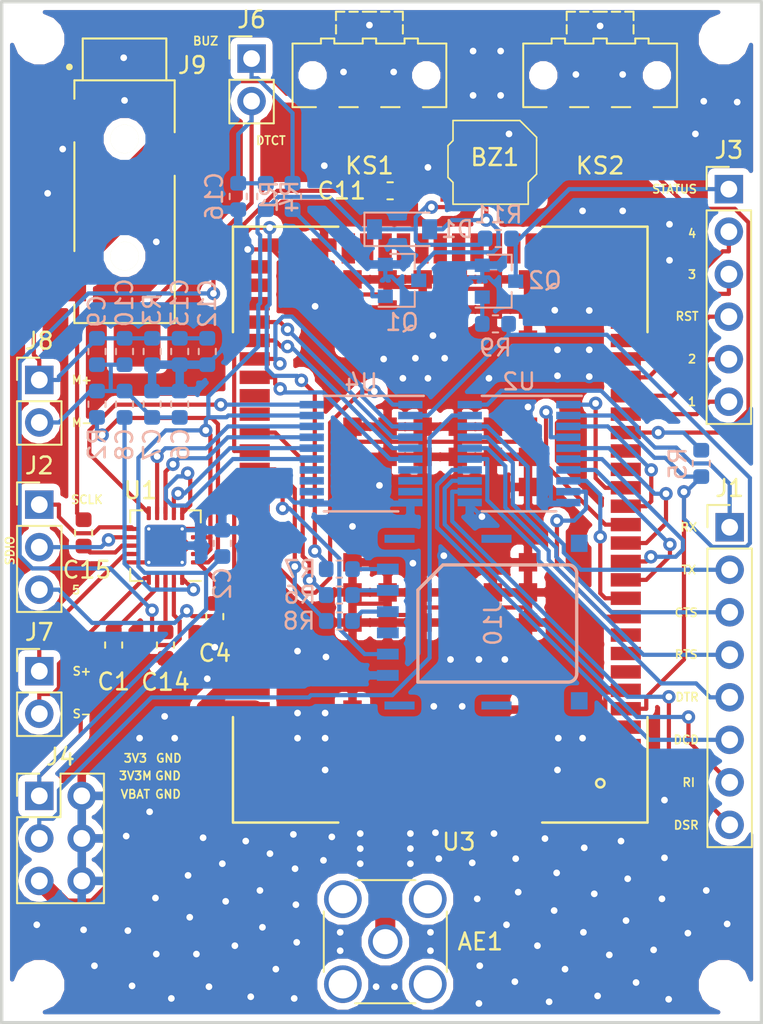
<source format=kicad_pcb>
(kicad_pcb (version 20171130) (host pcbnew "(5.0.1-3-g963ef8bb5)")
  (layers (0 F.Cu signal) (31 B.Cu signal) (34 B.Paste user) (35 F.Paste user hide) (36 B.SilkS user) (37 F.SilkS user) (38 B.Mask user hide) (39 F.Mask user hide) (44 Edge.Cuts user))
  (net 0 "")
  (net 1 "Net-(AE1-Pad1)")
  (net 2 +3V3)
  (net 3 "Net-(BZ1-Pad2)")
  (net 4 GND)
  (net 5 "Net-(C4-Pad1)")
  (net 6 /AudioINDIV/MIC+)
  (net 7 /AudioINDIV/MIC-)
  (net 8 "Net-(C11-Pad2)")
  (net 9 "Net-(C14-Pad1)")
  (net 10 "Net-(C15-Pad2)")
  (net 11 "Net-(C15-Pad1)")
  (net 12 /AudioINDIV/HEADPHONE_DETECT)
  (net 13 /ModemINDIV/DSR)
  (net 14 /ModemINDIV/RI)
  (net 15 /ModemINDIV/DCD)
  (net 16 /ModemINDIV/CTS)
  (net 17 /ModemINDIV/RTS)
  (net 18 /ModemINDIV/DTR)
  (net 19 /ModemINDIV/MODEM_TX)
  (net 20 /ModemINDIV/MODEM_RX)
  (net 21 /ModemINDIV/GPIO1)
  (net 22 /ModemINDIV/GPIO2)
  (net 23 /ModemINDIV/GPIO3)
  (net 24 /ModemINDIV/GPIO4)
  (net 25 /ModemINDIV/GPIO6)
  (net 26 /ModemINDIV/RESET_N_1V8)
  (net 27 /ModemINDIV/VDD_3V3_MOFF)
  (net 28 /ModemINDIV/VBAT)
  (net 29 /AudioINDIV/SCLK)
  (net 30 /AudioINDIV/SDIO)
  (net 31 /AudioINDIV/BUZZER)
  (net 32 /AudioINDIV/SPK+)
  (net 33 /AudioINDIV/SPK-)
  (net 34 "Net-(J10-Pad1)")
  (net 35 "Net-(J10-Pad6)")
  (net 36 "Net-(J10-Pad2)")
  (net 37 "Net-(J10-Pad3)")
  (net 38 "Net-(J10-Pad7)")
  (net 39 "Net-(KS1-Pad3)")
  (net 40 "Net-(KS2-Pad2)")
  (net 41 "Net-(KS2-Pad1)")
  (net 42 "Net-(Q1-Pad1)")
  (net 43 /ModemINDIV/VDD_1V8)
  (net 44 "Net-(R6-Pad1)")
  (net 45 "Net-(R7-Pad1)")
  (net 46 "Net-(R8-Pad1)")
  (net 47 /AudioINDIV/ADCOUT)
  (net 48 /AudioINDIV/DACIN)
  (net 49 /AudioINDIV/FS)
  (net 50 /AudioINDIV/BCLK)
  (net 51 "Net-(U2-Pad9)")
  (net 52 "Net-(U2-Pad8)")
  (net 53 "Net-(U2-Pad7)")
  (net 54 "Net-(U2-Pad6)")
  (net 55 "Net-(U2-Pad5)")
  (net 56 "Net-(U2-Pad4)")
  (net 57 "Net-(U2-Pad3)")
  (net 58 "Net-(U2-Pad1)")
  (net 59 "Net-(U3-Pad41)")
  (net 60 "Net-(U3-Pad38)")
  (net 61 "Net-(U3-Pad37)")
  (net 62 "Net-(U3-Pad36)")
  (net 63 "Net-(U3-Pad35)")
  (net 64 "Net-(U3-Pad34)")
  (net 65 "Net-(U3-Pad33)")
  (net 66 "Net-(U3-Pad40)")
  (net 67 "Net-(U3-Pad39)")
  (net 68 "Net-(U3-Pad42)")
  (net 69 "Net-(U3-Pad31)")
  (net 70 "Net-(U3-Pad62)")
  (net 71 "Net-(U3-Pad54)")
  (net 72 "Net-(U3-Pad53)")
  (net 73 "Net-(U3-Pad65)")
  (net 74 "Net-(U3-Pad55)")
  (net 75 "Net-(U3-Pad49)")
  (net 76 "Net-(U3-Pad48)")
  (net 77 "Net-(U3-Pad52)")
  (net 78 "Net-(U3-Pad51)")
  (net 79 "Net-(U3-Pad50)")
  (net 80 "Net-(U3-Pad64)")
  (net 81 "Net-(U3-Pad63)")
  (net 82 "Net-(U3-Pad75)")
  (net 83 "Net-(U3-Pad47)")
  (net 84 "Net-(U3-Pad66)")
  (net 85 "Net-(U3-Pad68)")
  (net 86 "Net-(U3-Pad67)")
  (net 87 "Net-(U3-Pad1)")
  (net 88 "Net-(U3-Pad29)")
  (net 89 "Net-(U3-Pad7)")
  (net 90 "Net-(U3-Pad8)")
  (net 91 "Net-(U3-Pad9)")
  (net 92 "Net-(U3-Pad3)")
  (net 93 "Net-(U3-Pad4)")
  (net 94 "Net-(U3-Pad19)")
  (net 95 "Net-(U3-Pad18)")
  (net 96 "Net-(U3-Pad26)")
  (net 97 "Net-(U3-Pad27)")
  (net 98 "Net-(U3-Pad28)")
  (net 99 "Net-(U3-Pad45)")
  (net 100 "Net-(U3-Pad43)")
  (net 101 "Net-(U3-Pad91)")
  (net 102 "Net-(U3-Pad87)")
  (net 103 "Net-(U3-Pad84)")
  (net 104 "Net-(U3-Pad77)")
  (net 105 "Net-(U4-Pad7)")
  (net 106 "Net-(U4-Pad8)")
  (net 107 "Net-(U4-Pad9)")
  (net 108 "Net-(U4-Pad12)")
  (net 109 "Net-(U4-Pad13)")
  (net 110 "Net-(U4-Pad14)")
  (net 111 /AudioINDIV/oMIC-)
  (net 112 /AudioINDIV/oMIC+)
  (net 113 /AudioINDIV/MCLK)
  (net 114 /GPIO5)
  (net 115 /ModemINDIV/STATUS)
  (net 116 "Net-(Q2-Pad1)")
  (module MountingHole:MountingHole_2.2mm_M2_ISO7380 (layer F.Cu) (at 146.85 123.75)
    (fp_text reference m4)
    (fp_text value MountingHole_2.2mm_M2_ISO7380)
    (pad 1 np_thru_hole circle (at 0 0) (size 2.2 2.2) (drill 2.2) (layers *.Cu *.Mask))
  )
  (module MountingHole:MountingHole_2.2mm_M2_ISO7380 (layer F.Cu) (at 105.9 123.75)
    (fp_text reference m3)
    (fp_text value MountingHole_2.2mm_M2_ISO7380)
    (pad 1 np_thru_hole circle (at 0 0) (size 2.2 2.2) (drill 2.2) (layers *.Cu *.Mask))
  )
  (module Connector_PinHeader_2.54mm:PinHeader_1x08_P2.54mm_Vertical (layer F.Cu) (at 147.2 96.4)
    (fp_text reference J1 (at 0 -2.33) (layer F.SilkS))
    (fp_text value Conn_01x08)
    (pad 1 thru_hole rect (at 0 0) (size 1.7 1.7) (drill 1) (layers *.Cu *.Mask) (net 20 /ModemINDIV/MODEM_RX))
    (pad 2 thru_hole oval (at 0 2.54) (size 1.7 1.7) (drill 1) (layers *.Cu *.Mask) (net 19 /ModemINDIV/MODEM_TX))
    (pad 3 thru_hole oval (at 0 5.08) (size 1.7 1.7) (drill 1) (layers *.Cu *.Mask) (net 16 /ModemINDIV/CTS))
    (pad 4 thru_hole oval (at 0 7.62) (size 1.7 1.7) (drill 1) (layers *.Cu *.Mask) (net 17 /ModemINDIV/RTS))
    (pad 5 thru_hole oval (at 0 10.16) (size 1.7 1.7) (drill 1) (layers *.Cu *.Mask) (net 18 /ModemINDIV/DTR))
    (pad 6 thru_hole oval (at 0 12.7) (size 1.7 1.7) (drill 1) (layers *.Cu *.Mask) (net 15 /ModemINDIV/DCD))
    (pad 7 thru_hole oval (at 0 15.24) (size 1.7 1.7) (drill 1) (layers *.Cu *.Mask) (net 14 /ModemINDIV/RI))
    (pad 8 thru_hole oval (at 0 17.78) (size 1.7 1.7) (drill 1) (layers *.Cu *.Mask) (net 13 /ModemINDIV/DSR))
  )
  (module Connector_PinHeader_2.54mm:PinHeader_1x06_P2.54mm_Vertical (layer F.Cu) (at 147.15 76.2)
    (fp_text reference J3 (at 0 -2.33) (layer F.SilkS))
    (fp_text value Conn_01x06)
    (pad 1 thru_hole rect (at 0 0) (size 1.7 1.7) (drill 1) (layers *.Cu *.Mask) (net 115 /ModemINDIV/STATUS))
    (pad 2 thru_hole oval (at 0 2.54) (size 1.7 1.7) (drill 1) (layers *.Cu *.Mask) (net 24 /ModemINDIV/GPIO4))
    (pad 3 thru_hole oval (at 0 5.08) (size 1.7 1.7) (drill 1) (layers *.Cu *.Mask) (net 23 /ModemINDIV/GPIO3))
    (pad 4 thru_hole oval (at 0 7.62) (size 1.7 1.7) (drill 1) (layers *.Cu *.Mask) (net 26 /ModemINDIV/RESET_N_1V8))
    (pad 5 thru_hole oval (at 0 10.16) (size 1.7 1.7) (drill 1) (layers *.Cu *.Mask) (net 22 /ModemINDIV/GPIO2))
    (pad 6 thru_hole oval (at 0 12.7) (size 1.7 1.7) (drill 1) (layers *.Cu *.Mask) (net 21 /ModemINDIV/GPIO1))
  )
  (module Package_TO_SOT_SMD:SOT-23 (layer B.Cu) (at 133.4 81.7)
    (fp_text reference Q2 (at 2.75 -0.05) (layer B.SilkS) (effects (justify mirror)))
    (fp_text value MMBT3904)
    (pad 1 smd rect (at -1 0.95) (size 0.9 0.8) (layers B.Cu B.Paste B.Mask) (net 116 "Net-(Q2-Pad1)"))
    (pad 2 smd rect (at -1 -0.95) (size 0.9 0.8) (layers B.Cu B.Paste B.Mask) (net 4 GND))
    (pad 3 smd rect (at 1 0) (size 0.9 0.8) (layers B.Cu B.Paste B.Mask) (net 115 /ModemINDIV/STATUS))
  )
  (module Resistor_SMD:R_0603_1608Metric (layer B.Cu) (at 133.188 84.25)
    (fp_text reference R9 (at 0 1.43) (layer B.SilkS) (effects (justify mirror)))
    (fp_text value 1k)
    (pad 2 smd roundrect (at 0.7875 0) (size 0.875 0.95) (layers B.Cu B.Paste B.Mask) (net 43 /ModemINDIV/VDD_1V8))
    (pad 1 smd roundrect (at -0.7875 0) (size 0.875 0.95) (layers B.Cu B.Paste B.Mask) (net 116 "Net-(Q2-Pad1)"))
  )
  (module Resistor_SMD:R_0603_1608Metric (layer B.Cu) (at 133.362 79.15 180)
    (fp_text reference R11 (at 0 1.43 180) (layer B.SilkS) (effects (justify mirror)))
    (fp_text value 1k)
    (pad 1 smd roundrect (at -0.7875 0 180) (size 0.875 0.95) (layers B.Cu B.Paste B.Mask) (net 115 /ModemINDIV/STATUS))
    (pad 2 smd roundrect (at 0.7875 0 180) (size 0.875 0.95) (layers B.Cu B.Paste B.Mask) (net 2 +3V3))
  )
  (module Connector_PinHeader_2.54mm:PinHeader_1x03_P2.54mm_Vertical (layer F.Cu) (at 105.9 95.05)
    (fp_text reference J2 (at 0 -2.33) (layer F.SilkS))
    (fp_text value Conn_01x03)
    (pad 1 thru_hole rect (at 0 0) (size 1.7 1.7) (drill 1) (layers *.Cu *.Mask) (net 29 /AudioINDIV/SCLK))
    (pad 2 thru_hole oval (at 0 2.54) (size 1.7 1.7) (drill 1) (layers *.Cu *.Mask) (net 30 /AudioINDIV/SDIO))
    (pad 3 thru_hole oval (at 0 5.08) (size 1.7 1.7) (drill 1) (layers *.Cu *.Mask) (net 114 /GPIO5))
  )
  (module riscv-phone:uBlox_TOBY-R200 (layer F.Cu) (at 117.486 78.4432 270)
    (fp_text reference U3 (at 36.756821 -13.513704 unlocked) (layer F.SilkS))
    (fp_text value uBlox_TOBY-R200)
    (pad 41 smd rect (at 1.3 -9.1 180) (size 0.8 1.8) (layers F.Cu F.Paste F.Mask) (net 59 "Net-(U3-Pad41)"))
    (pad 38 smd rect (at 1.3 -12.4 180) (size 0.8 1.8) (layers F.Cu F.Paste F.Mask) (net 60 "Net-(U3-Pad38)"))
    (pad 37 smd rect (at 1.3 -13.5 180) (size 0.8 1.8) (layers F.Cu F.Paste F.Mask) (net 61 "Net-(U3-Pad37)"))
    (pad 36 smd rect (at 1.3 -14.6 180) (size 0.8 1.8) (layers F.Cu F.Paste F.Mask) (net 62 "Net-(U3-Pad36)"))
    (pad 35 smd rect (at 1.3 -15.7 180) (size 0.8 1.8) (layers F.Cu F.Paste F.Mask) (net 63 "Net-(U3-Pad35)"))
    (pad 34 smd rect (at 1.3 -16.8 180) (size 0.8 1.8) (layers F.Cu F.Paste F.Mask) (net 64 "Net-(U3-Pad34)"))
    (pad 33 smd rect (at 1.3 -17.9 180) (size 0.8 1.8) (layers F.Cu F.Paste F.Mask) (net 65 "Net-(U3-Pad33)"))
    (pad 40 smd rect (at 1.3 -10.2 180) (size 0.8 1.8) (layers F.Cu F.Paste F.Mask) (net 66 "Net-(U3-Pad40)"))
    (pad 39 smd rect (at 1.3 -11.3 180) (size 0.8 1.8) (layers F.Cu F.Paste F.Mask) (net 67 "Net-(U3-Pad39)"))
    (pad 42 smd rect (at 1.3 -8 180) (size 0.8 1.8) (layers F.Cu F.Paste F.Mask) (net 68 "Net-(U3-Pad42)"))
    (pad 145 smd rect (at 2.85 -20.95 270) (size 1.5 0.8) (layers F.Cu F.Paste F.Mask) (net 4 GND))
    (pad 32 smd rect (at 1.1 -19.35 270) (size 0.8 1.5) (layers F.Cu F.Paste F.Mask) (net 4 GND))
    (pad 31 smd rect (at 1.25 -20.95 270) (size 1.1 1.1) (layers F.Cu F.Paste F.Mask) (net 69 "Net-(U3-Pad31)"))
    (pad 30 smd rect (at 1.1 -22.55 270) (size 0.8 1.5) (layers F.Cu F.Paste F.Mask) (net 4 GND))
    (pad 62 smd rect (at 18.9 -1.3 270) (size 0.8 1.8) (layers F.Cu F.Paste F.Mask) (net 70 "Net-(U3-Pad62)"))
    (pad 61 smd rect (at 17.8 -1.3 270) (size 0.8 1.8) (layers F.Cu F.Paste F.Mask) (net 25 /ModemINDIV/GPIO6))
    (pad 54 smd rect (at 10.1 -1.3 270) (size 0.8 1.8) (layers F.Cu F.Paste F.Mask) (net 71 "Net-(U3-Pad54)"))
    (pad 53 smd rect (at 9 -1.3 270) (size 0.8 1.8) (layers F.Cu F.Paste F.Mask) (net 72 "Net-(U3-Pad53)"))
    (pad 65 smd rect (at 22.2 -1.3 270) (size 0.8 1.8) (layers F.Cu F.Paste F.Mask) (net 73 "Net-(U3-Pad65)"))
    (pad 56 smd rect (at 12.3 -1.3 270) (size 0.8 1.8) (layers F.Cu F.Paste F.Mask) (net 44 "Net-(R6-Pad1)"))
    (pad 55 smd rect (at 11.2 -1.3 270) (size 0.8 1.8) (layers F.Cu F.Paste F.Mask) (net 74 "Net-(U3-Pad55)"))
    (pad 49 smd rect (at 4.6 -1.3 270) (size 0.8 1.8) (layers F.Cu F.Paste F.Mask) (net 75 "Net-(U3-Pad49)"))
    (pad 48 smd rect (at 3.5 -1.3 270) (size 0.8 1.8) (layers F.Cu F.Paste F.Mask) (net 76 "Net-(U3-Pad48)"))
    (pad 52 smd rect (at 7.9 -1.3 270) (size 0.8 1.8) (layers F.Cu F.Paste F.Mask) (net 77 "Net-(U3-Pad52)"))
    (pad 51 smd rect (at 6.8 -1.3 270) (size 0.8 1.8) (layers F.Cu F.Paste F.Mask) (net 78 "Net-(U3-Pad51)"))
    (pad 50 smd rect (at 5.7 -1.3 270) (size 0.8 1.8) (layers F.Cu F.Paste F.Mask) (net 79 "Net-(U3-Pad50)"))
    (pad 64 smd rect (at 21.1 -1.3 270) (size 0.8 1.8) (layers F.Cu F.Paste F.Mask) (net 80 "Net-(U3-Pad64)"))
    (pad 63 smd rect (at 20 -1.3 270) (size 0.8 1.8) (layers F.Cu F.Paste F.Mask) (net 81 "Net-(U3-Pad63)"))
    (pad 75 smd rect (at 33.2 -1.45 270) (size 0.8 1.5) (layers F.Cu F.Paste F.Mask) (net 82 "Net-(U3-Pad75)"))
    (pad 47 smd rect (at 2.4 -1.45 270) (size 0.8 1.5) (layers F.Cu F.Paste F.Mask) (net 83 "Net-(U3-Pad47)"))
    (pad 66 smd rect (at 23.3 -1.3 270) (size 0.8 1.8) (layers F.Cu F.Paste F.Mask) (net 84 "Net-(U3-Pad66)"))
    (pad 69 smd rect (at 26.6 -1.3 270) (size 0.8 1.8) (layers F.Cu F.Paste F.Mask) (net 4 GND))
    (pad 68 smd rect (at 25.5 -1.3 270) (size 0.8 1.8) (layers F.Cu F.Paste F.Mask) (net 85 "Net-(U3-Pad68)"))
    (pad 67 smd rect (at 24.4 -1.3 270) (size 0.8 1.8) (layers F.Cu F.Paste F.Mask) (net 86 "Net-(U3-Pad67)"))
    (pad 74 smd rect (at 32.1 -1.3 270) (size 0.8 1.8) (layers F.Cu F.Paste F.Mask) (net 4 GND))
    (pad 71 smd rect (at 28.8 -1.3 270) (size 0.8 1.8) (layers F.Cu F.Paste F.Mask) (net 28 /ModemINDIV/VBAT))
    (pad 70 smd rect (at 27.7 -1.3 270) (size 0.8 1.8) (layers F.Cu F.Paste F.Mask) (net 28 /ModemINDIV/VBAT))
    (pad 73 smd rect (at 31 -1.3 270) (size 0.8 1.8) (layers F.Cu F.Paste F.Mask) (net 4 GND))
    (pad 72 smd rect (at 29.9 -1.3 270) (size 0.8 1.8) (layers F.Cu F.Paste F.Mask) (net 28 /ModemINDIV/VBAT))
    (pad 57 smd rect (at 13.4 -1.3 270) (size 0.8 1.8) (layers F.Cu F.Paste F.Mask) (net 45 "Net-(R7-Pad1)"))
    (pad 60 smd rect (at 16.7 -1.3 270) (size 0.8 1.8) (layers F.Cu F.Paste F.Mask) (net 114 /GPIO5))
    (pad 59 smd rect (at 15.6 -1.3 270) (size 0.8 1.8) (layers F.Cu F.Paste F.Mask) (net 34 "Net-(J10-Pad1)"))
    (pad 58 smd rect (at 14.5 -1.3 270) (size 0.8 1.8) (layers F.Cu F.Paste F.Mask) (net 46 "Net-(R8-Pad1)"))
    (pad 1 smd rect (at 33.2 -23.35 270) (size 0.8 1.5) (layers F.Cu F.Paste F.Mask) (net 87 "Net-(U3-Pad1)"))
    (pad 29 smd rect (at 2.4 -23.35 270) (size 0.8 1.5) (layers F.Cu F.Paste F.Mask) (net 88 "Net-(U3-Pad29)"))
    (pad 10 smd rect (at 23.3 -23.5 270) (size 0.8 1.8) (layers F.Cu F.Paste F.Mask) (net 51 "Net-(U2-Pad9)"))
    (pad 7 smd rect (at 26.6 -23.5 270) (size 0.8 1.8) (layers F.Cu F.Paste F.Mask) (net 89 "Net-(U3-Pad7)"))
    (pad 8 smd rect (at 25.5 -23.5 270) (size 0.8 1.8) (layers F.Cu F.Paste F.Mask) (net 90 "Net-(U3-Pad8)"))
    (pad 9 smd rect (at 24.4 -23.5 270) (size 0.8 1.8) (layers F.Cu F.Paste F.Mask) (net 91 "Net-(U3-Pad9)"))
    (pad 2 smd rect (at 32.1 -23.5 270) (size 0.8 1.8) (layers F.Cu F.Paste F.Mask) (net 4 GND))
    (pad 5 smd rect (at 28.8 -23.5 270) (size 0.8 1.8) (layers F.Cu F.Paste F.Mask) (net 43 /ModemINDIV/VDD_1V8))
    (pad 6 smd rect (at 27.7 -23.5 270) (size 0.8 1.8) (layers F.Cu F.Paste F.Mask) (net 4 GND))
    (pad 3 smd rect (at 31 -23.5 270) (size 0.8 1.8) (layers F.Cu F.Paste F.Mask) (net 92 "Net-(U3-Pad3)"))
    (pad 4 smd rect (at 29.9 -23.5 270) (size 0.8 1.8) (layers F.Cu F.Paste F.Mask) (net 93 "Net-(U3-Pad4)"))
    (pad 19 smd rect (at 13.4 -23.5 270) (size 0.8 1.8) (layers F.Cu F.Paste F.Mask) (net 94 "Net-(U3-Pad19)"))
    (pad 16 smd rect (at 16.7 -23.5 270) (size 0.8 1.8) (layers F.Cu F.Paste F.Mask) (net 57 "Net-(U2-Pad3)"))
    (pad 17 smd rect (at 15.6 -23.5 270) (size 0.8 1.8) (layers F.Cu F.Paste F.Mask) (net 58 "Net-(U2-Pad1)"))
    (pad 18 smd rect (at 14.5 -23.5 270) (size 0.8 1.8) (layers F.Cu F.Paste F.Mask) (net 95 "Net-(U3-Pad18)"))
    (pad 14 smd rect (at 18.9 -23.5 270) (size 0.8 1.8) (layers F.Cu F.Paste F.Mask) (net 55 "Net-(U2-Pad5)"))
    (pad 15 smd rect (at 17.8 -23.5 270) (size 0.8 1.8) (layers F.Cu F.Paste F.Mask) (net 56 "Net-(U2-Pad4)"))
    (pad 12 smd rect (at 21.1 -23.5 270) (size 0.8 1.8) (layers F.Cu F.Paste F.Mask) (net 53 "Net-(U2-Pad7)"))
    (pad 13 smd rect (at 20 -23.5 270) (size 0.8 1.8) (layers F.Cu F.Paste F.Mask) (net 54 "Net-(U2-Pad6)"))
    (pad 11 smd rect (at 22.2 -23.5 270) (size 0.8 1.8) (layers F.Cu F.Paste F.Mask) (net 52 "Net-(U2-Pad8)"))
    (pad 20 smd rect (at 12.3 -23.5 270) (size 0.8 1.8) (layers F.Cu F.Paste F.Mask) (net 40 "Net-(KS2-Pad2)"))
    (pad 21 smd rect (at 11.2 -23.5 270) (size 0.8 1.8) (layers F.Cu F.Paste F.Mask) (net 21 /ModemINDIV/GPIO1))
    (pad 22 smd rect (at 10.1 -23.5 270) (size 0.8 1.8) (layers F.Cu F.Paste F.Mask) (net 22 /ModemINDIV/GPIO2))
    (pad 23 smd rect (at 9 -23.5 270) (size 0.8 1.8) (layers F.Cu F.Paste F.Mask) (net 26 /ModemINDIV/RESET_N_1V8))
    (pad 24 smd rect (at 7.9 -23.5 270) (size 0.8 1.8) (layers F.Cu F.Paste F.Mask) (net 23 /ModemINDIV/GPIO3))
    (pad 25 smd rect (at 6.8 -23.5 270) (size 0.8 1.8) (layers F.Cu F.Paste F.Mask) (net 24 /ModemINDIV/GPIO4))
    (pad 26 smd rect (at 5.7 -23.5 270) (size 0.8 1.8) (layers F.Cu F.Paste F.Mask) (net 96 "Net-(U3-Pad26)"))
    (pad 27 smd rect (at 4.6 -23.5 270) (size 0.8 1.8) (layers F.Cu F.Paste F.Mask) (net 97 "Net-(U3-Pad27)"))
    (pad 28 smd rect (at 3.5 -23.5 270) (size 0.8 1.8) (layers F.Cu F.Paste F.Mask) (net 98 "Net-(U3-Pad28)"))
    (pad 152 smd rect (at 2.85 -3.85 270) (size 1.5 0.8) (layers F.Cu F.Paste F.Mask) (net 4 GND))
    (pad 46 smd rect (at 1.1 -2.25 270) (size 0.8 1.5) (layers F.Cu F.Paste F.Mask) (net 4 GND))
    (pad 45 smd rect (at 1.25 -3.85 270) (size 1.1 1.1) (layers F.Cu F.Paste F.Mask) (net 99 "Net-(U3-Pad45)"))
    (pad 44 smd rect (at 1.1 -5.45 270) (size 0.8 1.5) (layers F.Cu F.Paste F.Mask) (net 4 GND))
    (pad 43 smd rect (at 1.3 -6.9 180) (size 0.8 1.8) (layers F.Cu F.Paste F.Mask) (net 100 "Net-(U3-Pad43)"))
    (pad 79 smd rect (at 34.3 -6.9 180) (size 0.8 1.8) (layers F.Cu F.Paste F.Mask) (net 4 GND))
    (pad 93 smd rect (at 32.75 -20.95329 270) (size 1.5 0.8) (layers F.Cu F.Paste F.Mask) (net 4 GND))
    (pad 92 smd rect (at 34.5 -22.55329 270) (size 0.8 1.5) (layers F.Cu F.Paste F.Mask) (net 4 GND))
    (pad 91 smd rect (at 34.35 -20.95329 270) (size 1.1 1.1) (layers F.Cu F.Paste F.Mask) (net 101 "Net-(U3-Pad91)"))
    (pad 90 smd rect (at 34.5 -19.35329 270) (size 0.8 1.5) (layers F.Cu F.Paste F.Mask) (net 4 GND))
    (pad 87 smd rect (at 34.3 -15.7 180) (size 0.8 1.8) (layers F.Cu F.Paste F.Mask) (net 102 "Net-(U3-Pad87)"))
    (pad 84 smd rect (at 34.3 -12.4 180) (size 0.8 1.8) (layers F.Cu F.Paste F.Mask) (net 103 "Net-(U3-Pad84)"))
    (pad 85 smd rect (at 34.3 -13.5 180) (size 0.8 1.8) (layers F.Cu F.Paste F.Mask) (net 4 GND))
    (pad 88 smd rect (at 34.3 -16.8 180) (size 0.8 1.8) (layers F.Cu F.Paste F.Mask) (net 4 GND))
    (pad 89 smd rect (at 34.3 -17.9 180) (size 0.8 1.8) (layers F.Cu F.Paste F.Mask) (net 4 GND))
    (pad 82 smd rect (at 34.3 -10.2 180) (size 0.8 1.8) (layers F.Cu F.Paste F.Mask) (net 4 GND))
    (pad 83 smd rect (at 34.3 -11.3 180) (size 0.8 1.8) (layers F.Cu F.Paste F.Mask) (net 4 GND))
    (pad 80 smd rect (at 34.3 -8 180) (size 0.8 1.8) (layers F.Cu F.Paste F.Mask) (net 4 GND))
    (pad 100 smd rect (at 32.75 -3.85 270) (size 1.5 0.8) (layers F.Cu F.Paste F.Mask) (net 4 GND))
    (pad 78 smd rect (at 34.5 -5.45 270) (size 0.8 1.5) (layers F.Cu F.Paste F.Mask) (net 4 GND))
    (pad 77 smd rect (at 34.35 -3.85 270) (size 1.1 1.1) (layers F.Cu F.Paste F.Mask) (net 104 "Net-(U3-Pad77)"))
    (pad 76 smd rect (at 34.5 -2.25 270) (size 0.8 1.5) (layers F.Cu F.Paste F.Mask) (net 4 GND))
    (pad 86 smd rect (at 34.3 -14.6 180) (size 0.8 1.8) (layers F.Cu F.Paste F.Mask) (net 4 GND))
    (pad 81 smd rect (at 34.3 -9.1 180) (size 0.8 1.8) (layers F.Cu F.Paste F.Mask) (net 1 "Net-(AE1-Pad1)"))
    (pad 146 smd rect (at 3.15 -17.65 270) (size 1.1 1.1) (layers F.Cu F.Paste F.Mask) (net 4 GND))
    (pad 147 smd rect (at 3.15 -15.55 270) (size 1.1 1.1) (layers F.Cu F.Paste F.Mask) (net 4 GND))
    (pad 148 smd rect (at 3.15 -13.45 270) (size 1.1 1.1) (layers F.Cu F.Paste F.Mask) (net 4 GND))
    (pad 149 smd rect (at 3.15 -11.35 270) (size 1.1 1.1) (layers F.Cu F.Paste F.Mask) (net 4 GND))
    (pad 150 smd rect (at 3.15 -9.25 270) (size 1.1 1.1) (layers F.Cu F.Paste F.Mask) (net 4 GND))
    (pad 151 smd rect (at 3.15 -7.15 270) (size 1.1 1.1) (layers F.Cu F.Paste F.Mask) (net 4 GND))
    (pad 139 smd rect (at 4.95 -17.65 270) (size 1.1 1.1) (layers F.Cu F.Paste F.Mask) (net 4 GND))
    (pad 140 smd rect (at 4.95 -15.55 270) (size 1.1 1.1) (layers F.Cu F.Paste F.Mask) (net 4 GND))
    (pad 141 smd rect (at 4.95 -13.45 270) (size 1.1 1.1) (layers F.Cu F.Paste F.Mask) (net 4 GND))
    (pad 142 smd rect (at 4.95 -11.35 270) (size 1.1 1.1) (layers F.Cu F.Paste F.Mask) (net 4 GND))
    (pad 143 smd rect (at 4.95 -9.25 270) (size 1.1 1.1) (layers F.Cu F.Paste F.Mask) (net 4 GND))
    (pad 144 smd rect (at 4.95 -7.15 270) (size 1.1 1.1) (layers F.Cu F.Paste F.Mask) (net 4 GND))
    (pad 137 smd rect (at 6.75 -17.65 270) (size 1.1 1.1) (layers F.Cu F.Paste F.Mask) (net 4 GND))
    (pad 138 smd rect (at 6.75 -7.15 270) (size 1.1 1.1) (layers F.Cu F.Paste F.Mask) (net 4 GND))
    (pad 136 smd rect (at 11.95 -7.15 270) (size 1.1 1.1) (layers F.Cu F.Paste F.Mask) (net 4 GND))
    (pad 125 smd rect (at 13.75 -17.65 270) (size 1.1 1.1) (layers F.Cu F.Paste F.Mask) (net 4 GND))
    (pad 126 smd rect (at 13.75 -15.55 270) (size 1.1 1.1) (layers F.Cu F.Paste F.Mask) (net 4 GND))
    (pad 127 smd rect (at 13.75 -13.45 270) (size 1.1 1.1) (layers F.Cu F.Paste F.Mask) (net 4 GND))
    (pad 128 smd rect (at 13.75 -11.35 270) (size 1.1 1.1) (layers F.Cu F.Paste F.Mask) (net 4 GND))
    (pad 129 smd rect (at 13.75 -9.25 270) (size 1.1 1.1) (layers F.Cu F.Paste F.Mask) (net 4 GND))
    (pad 130 smd rect (at 13.75 -7.15 270) (size 1.1 1.1) (layers F.Cu F.Paste F.Mask) (net 4 GND))
    (pad 131 smd rect (at 11.95 -17.65 270) (size 1.1 1.1) (layers F.Cu F.Paste F.Mask) (net 4 GND))
    (pad 132 smd rect (at 11.95 -15.55 270) (size 1.1 1.1) (layers F.Cu F.Paste F.Mask) (net 4 GND))
    (pad 133 smd rect (at 11.95 -13.45 270) (size 1.1 1.1) (layers F.Cu F.Paste F.Mask) (net 4 GND))
    (pad 134 smd rect (at 11.95 -11.35 270) (size 1.1 1.1) (layers F.Cu F.Paste F.Mask) (net 4 GND))
    (pad 135 smd rect (at 11.95 -9.25 270) (size 1.1 1.1) (layers F.Cu F.Paste F.Mask) (net 4 GND))
    (pad 124 smd rect (at 15.55 -7.15 270) (size 1.1 1.1) (layers F.Cu F.Paste F.Mask) (net 4 GND))
    (pad 123 smd rect (at 15.55 -17.65 270) (size 1.1 1.1) (layers F.Cu F.Paste F.Mask) (net 4 GND))
    (pad 109 smd rect (at 23.65 -17.65 270) (size 1.1 1.1) (layers F.Cu F.Paste F.Mask) (net 4 GND))
    (pad 110 smd rect (at 23.65 -15.55 270) (size 1.1 1.1) (layers F.Cu F.Paste F.Mask) (net 4 GND))
    (pad 121 smd rect (at 20.05 -17.65 270) (size 1.1 1.1) (layers F.Cu F.Paste F.Mask) (net 4 GND))
    (pad 122 smd rect (at 20.05 -7.15 270) (size 1.1 1.1) (layers F.Cu F.Paste F.Mask) (net 4 GND))
    (pad 114 smd rect (at 23.65 -7.15 270) (size 1.1 1.1) (layers F.Cu F.Paste F.Mask) (net 4 GND))
    (pad 113 smd rect (at 23.65 -9.25 270) (size 1.1 1.1) (layers F.Cu F.Paste F.Mask) (net 4 GND))
    (pad 112 smd rect (at 23.65 -11.35 270) (size 1.1 1.1) (layers F.Cu F.Paste F.Mask) (net 4 GND))
    (pad 120 smd rect (at 21.85 -7.15 270) (size 1.1 1.1) (layers F.Cu F.Paste F.Mask) (net 4 GND))
    (pad 111 smd rect (at 23.65 -13.45 270) (size 1.1 1.1) (layers F.Cu F.Paste F.Mask) (net 4 GND))
    (pad 119 smd rect (at 21.85 -9.25 270) (size 1.1 1.1) (layers F.Cu F.Paste F.Mask) (net 4 GND))
    (pad 118 smd rect (at 21.85 -11.35 270) (size 1.1 1.1) (layers F.Cu F.Paste F.Mask) (net 4 GND))
    (pad 117 smd rect (at 21.85 -13.45 270) (size 1.1 1.1) (layers F.Cu F.Paste F.Mask) (net 4 GND))
    (pad 116 smd rect (at 21.85 -15.55 270) (size 1.1 1.1) (layers F.Cu F.Paste F.Mask) (net 4 GND))
    (pad 115 smd rect (at 21.85 -17.65 270) (size 1.1 1.1) (layers F.Cu F.Paste F.Mask) (net 4 GND))
    (pad 94 smd rect (at 32.45 -17.65 270) (size 1.1 1.1) (layers F.Cu F.Paste F.Mask) (net 4 GND))
    (pad 95 smd rect (at 32.45 -15.55 270) (size 1.1 1.1) (layers F.Cu F.Paste F.Mask) (net 4 GND))
    (pad 107 smd rect (at 28.85 -17.65 270) (size 1.1 1.1) (layers F.Cu F.Paste F.Mask) (net 4 GND))
    (pad 108 smd rect (at 28.85 -7.15 270) (size 1.1 1.1) (layers F.Cu F.Paste F.Mask) (net 4 GND))
    (pad 99 smd rect (at 32.45 -7.15 270) (size 1.1 1.1) (layers F.Cu F.Paste F.Mask) (net 4 GND))
    (pad 98 smd rect (at 32.45 -9.25 270) (size 1.1 1.1) (layers F.Cu F.Paste F.Mask) (net 4 GND))
    (pad 97 smd rect (at 32.45 -11.35 270) (size 1.1 1.1) (layers F.Cu F.Paste F.Mask) (net 4 GND))
    (pad 106 smd rect (at 30.65 -7.15 270) (size 1.1 1.1) (layers F.Cu F.Paste F.Mask) (net 4 GND))
    (pad 96 smd rect (at 32.45 -13.45 270) (size 1.1 1.1) (layers F.Cu F.Paste F.Mask) (net 4 GND))
    (pad 105 smd rect (at 30.65 -9.25 270) (size 1.1 1.1) (layers F.Cu F.Paste F.Mask) (net 4 GND))
    (pad 104 smd rect (at 30.65 -11.35 270) (size 1.1 1.1) (layers F.Cu F.Paste F.Mask) (net 4 GND))
    (pad 103 smd rect (at 30.65 -13.45 270) (size 1.1 1.1) (layers F.Cu F.Paste F.Mask) (net 4 GND))
    (pad 102 smd rect (at 30.65 -15.55 270) (size 1.1 1.1) (layers F.Cu F.Paste F.Mask) (net 4 GND))
    (pad 101 smd rect (at 30.65 -17.65 270) (size 1.1 1.1) (layers F.Cu F.Paste F.Mask) (net 4 GND))
  )
  (module Package_SO:TSSOP-20_4.4x6.5mm_P0.65mm (layer B.Cu) (at 134.6 92 180)
    (fp_text reference U2 (at 0 4.3 180) (layer B.SilkS) (effects (justify mirror)))
    (fp_text value TXS0108EPW)
    (pad 20 smd rect (at 2.95 2.925 180) (size 1.45 0.45) (layers B.Cu B.Paste B.Mask) (net 20 /ModemINDIV/MODEM_RX))
    (pad 19 smd rect (at 2.95 2.275 180) (size 1.45 0.45) (layers B.Cu B.Paste B.Mask) (net 27 /ModemINDIV/VDD_3V3_MOFF))
    (pad 18 smd rect (at 2.95 1.625 180) (size 1.45 0.45) (layers B.Cu B.Paste B.Mask) (net 19 /ModemINDIV/MODEM_TX))
    (pad 17 smd rect (at 2.95 0.975 180) (size 1.45 0.45) (layers B.Cu B.Paste B.Mask) (net 16 /ModemINDIV/CTS))
    (pad 16 smd rect (at 2.95 0.325 180) (size 1.45 0.45) (layers B.Cu B.Paste B.Mask) (net 17 /ModemINDIV/RTS))
    (pad 15 smd rect (at 2.95 -0.325 180) (size 1.45 0.45) (layers B.Cu B.Paste B.Mask) (net 18 /ModemINDIV/DTR))
    (pad 14 smd rect (at 2.95 -0.975 180) (size 1.45 0.45) (layers B.Cu B.Paste B.Mask) (net 15 /ModemINDIV/DCD))
    (pad 13 smd rect (at 2.95 -1.625 180) (size 1.45 0.45) (layers B.Cu B.Paste B.Mask) (net 14 /ModemINDIV/RI))
    (pad 12 smd rect (at 2.95 -2.275 180) (size 1.45 0.45) (layers B.Cu B.Paste B.Mask) (net 13 /ModemINDIV/DSR))
    (pad 11 smd rect (at 2.95 -2.925 180) (size 1.45 0.45) (layers B.Cu B.Paste B.Mask) (net 4 GND))
    (pad 10 smd rect (at -2.95 -2.925 180) (size 1.45 0.45) (layers B.Cu B.Paste B.Mask) (net 4 GND))
    (pad 9 smd rect (at -2.95 -2.275 180) (size 1.45 0.45) (layers B.Cu B.Paste B.Mask) (net 51 "Net-(U2-Pad9)"))
    (pad 8 smd rect (at -2.95 -1.625 180) (size 1.45 0.45) (layers B.Cu B.Paste B.Mask) (net 52 "Net-(U2-Pad8)"))
    (pad 7 smd rect (at -2.95 -0.975 180) (size 1.45 0.45) (layers B.Cu B.Paste B.Mask) (net 53 "Net-(U2-Pad7)"))
    (pad 6 smd rect (at -2.95 -0.325 180) (size 1.45 0.45) (layers B.Cu B.Paste B.Mask) (net 54 "Net-(U2-Pad6)"))
    (pad 5 smd rect (at -2.95 0.325 180) (size 1.45 0.45) (layers B.Cu B.Paste B.Mask) (net 55 "Net-(U2-Pad5)"))
    (pad 4 smd rect (at -2.95 0.975 180) (size 1.45 0.45) (layers B.Cu B.Paste B.Mask) (net 56 "Net-(U2-Pad4)"))
    (pad 3 smd rect (at -2.95 1.625 180) (size 1.45 0.45) (layers B.Cu B.Paste B.Mask) (net 57 "Net-(U2-Pad3)"))
    (pad 2 smd rect (at -2.95 2.275 180) (size 1.45 0.45) (layers B.Cu B.Paste B.Mask) (net 43 /ModemINDIV/VDD_1V8))
    (pad 1 smd rect (at -2.95 2.925 180) (size 1.45 0.45) (layers B.Cu B.Paste B.Mask) (net 58 "Net-(U2-Pad1)"))
  )
  (module Connector_PinHeader_2.54mm:PinHeader_2x03_P2.54mm_Vertical (layer F.Cu) (at 105.9 112.45)
    (fp_text reference J4 (at 1.27 -2.33) (layer F.SilkS))
    (fp_text value Conn_02x03_Odd_Even)
    (pad 1 thru_hole rect (at 0 0) (size 1.7 1.7) (drill 1) (layers *.Cu *.Mask) (net 2 +3V3))
    (pad 2 thru_hole oval (at 2.54 0) (size 1.7 1.7) (drill 1) (layers *.Cu *.Mask) (net 4 GND))
    (pad 3 thru_hole oval (at 0 2.54) (size 1.7 1.7) (drill 1) (layers *.Cu *.Mask) (net 27 /ModemINDIV/VDD_3V3_MOFF))
    (pad 4 thru_hole oval (at 2.54 2.54) (size 1.7 1.7) (drill 1) (layers *.Cu *.Mask) (net 4 GND))
    (pad 5 thru_hole oval (at 0 5.08) (size 1.7 1.7) (drill 1) (layers *.Cu *.Mask) (net 28 /ModemINDIV/VBAT))
    (pad 6 thru_hole oval (at 2.54 5.08) (size 1.7 1.7) (drill 1) (layers *.Cu *.Mask) (net 4 GND))
  )
  (module Connector_Coaxial:SMA_Amphenol_132134_Vertical (layer F.Cu) (at 126.6 121.16 180)
    (fp_text reference AE1 (at -5.684 0 180) (layer F.SilkS))
    (fp_text value Antenna)
    (pad 1 thru_hole circle (at 0 0 180) (size 2.05 2.05) (drill 1.5) (layers *.Cu *.Mask) (net 1 "Net-(AE1-Pad1)"))
    (pad 2 thru_hole circle (at 2.54 2.54 180) (size 2.25 2.25) (drill 1.7) (layers *.Cu *.Mask))
    (pad 2 thru_hole circle (at 2.54 -2.54 180) (size 2.25 2.25) (drill 1.7) (layers *.Cu *.Mask))
    (pad 2 thru_hole circle (at -2.54 -2.54 180) (size 2.25 2.25) (drill 1.7) (layers *.Cu *.Mask))
    (pad 2 thru_hole circle (at -2.54 2.54 180) (size 2.25 2.25) (drill 1.7) (layers *.Cu *.Mask))
  )
  (module SJ-3524-SMT:CUI_SJ-3524-SMT (layer F.Cu) (at 111 73.2 270)
    (fp_text reference J9 (at -4.4 -4.05) (layer F.SilkS))
    (fp_text value SJ-3524-SMT)
    (pad Hole np_thru_hole circle (at 7 0 270) (size 1.7 1.7) (drill 1.7) (layers *.Cu *.Mask F.SilkS))
    (pad 2 smd rect (at 8.3 3.7 270) (size 2.8 2.8) (layers F.Cu F.Paste F.Mask) (net 11 "Net-(C15-Pad1)"))
    (pad 1 smd rect (at -1.1 3.7 270) (size 2.2 2.8) (layers F.Cu F.Paste F.Mask) (net 4 GND))
    (pad 3 smd rect (at 0.9 -3.7 270) (size 2.2 2.8) (layers F.Cu F.Paste F.Mask) (net 11 "Net-(C15-Pad1)"))
    (pad Hole np_thru_hole circle (at 0 0 270) (size 1.7 1.7) (drill 1.7) (layers *.Cu *.Mask F.SilkS))
    (pad 4 smd rect (at 12.3 -0.75 270) (size 2.6 2.8) (layers F.Cu F.Paste F.Mask) (net 12 /AudioINDIV/HEADPHONE_DETECT))
  )
  (module Connector_PinHeader_2.54mm:PinHeader_1x02_P2.54mm_Vertical (layer F.Cu) (at 105.9 87.6)
    (fp_text reference J8 (at 0 -2.33) (layer F.SilkS))
    (fp_text value Conn_01x02)
    (pad 2 thru_hole oval (at 0 2.54) (size 1.7 1.7) (drill 1) (layers *.Cu *.Mask) (net 112 /AudioINDIV/oMIC+))
    (pad 1 thru_hole rect (at 0 0) (size 1.7 1.7) (drill 1) (layers *.Cu *.Mask) (net 111 /AudioINDIV/oMIC-))
  )
  (module Capacitor_SMD:C_0603_1608Metric (layer F.Cu) (at 108.55 96.7375 270)
    (fp_text reference C15 (at 2.2125 -0.2) (layer F.SilkS))
    (fp_text value 1uF)
    (pad 2 smd roundrect (at 0.7875 0 270) (size 0.875 0.95) (layers F.Cu F.Paste F.Mask) (net 10 "Net-(C15-Pad2)"))
    (pad 1 smd roundrect (at -0.7875 0 270) (size 0.875 0.95) (layers F.Cu F.Paste F.Mask) (net 11 "Net-(C15-Pad1)"))
  )
  (module Capacitor_SMD:C_0603_1608Metric (layer B.Cu) (at 117.8 76.6375 270)
    (fp_text reference C16 (at 0 1.43 270) (layer B.SilkS) (effects (justify mirror)))
    (fp_text value 33pF)
    (pad 2 smd roundrect (at 0.7875 0 270) (size 0.875 0.95) (layers B.Cu B.Paste B.Mask) (net 4 GND))
    (pad 1 smd roundrect (at -0.7875 0 270) (size 0.875 0.95) (layers B.Cu B.Paste B.Mask) (net 12 /AudioINDIV/HEADPHONE_DETECT))
  )
  (module "riscv-phone:Nano SIM Card" (layer B.Cu) (at 129.05 102.15 270)
    (fp_text reference J10 (at 0 -4 270) (layer B.SilkS) (effects (justify mirror)))
    (fp_text value SIM_Card)
    (pad SHIELD smd rect (at -5.06 -4.2 270) (size 0.48 1.8) (layers B.Cu B.Paste B.Mask))
    (pad SHIELD smd rect (at -5.06 1.6 270) (size 0.48 1.8) (layers B.Cu B.Paste B.Mask))
    (pad SHIELD smd rect (at -4.79 -9.15 270) (size 1.03 1) (layers B.Cu B.Paste B.Mask))
    (pad SHIELD smd rect (at 4.9 -4.2 270) (size 0.48 1.8) (layers B.Cu B.Paste B.Mask))
    (pad SHIELD smd rect (at 4.9 1.6 270) (size 0.48 1.8) (layers B.Cu B.Paste B.Mask))
    (pad 7 smd rect (at -3.25 2.3 270) (size 0.65 1.3) (layers B.Cu B.Paste B.Mask) (net 38 "Net-(J10-Pad7)"))
    (pad 3 smd rect (at -1.98 2.3 270) (size 0.65 1.3) (layers B.Cu B.Paste B.Mask) (net 37 "Net-(J10-Pad3)"))
    (pad 2 smd rect (at -0.71 2.3 270) (size 0.65 1.3) (layers B.Cu B.Paste B.Mask) (net 36 "Net-(J10-Pad2)"))
    (pad 6 smd rect (at 0.56 2.3 270) (size 0.65 1.3) (layers B.Cu B.Paste B.Mask) (net 35 "Net-(J10-Pad6)"))
    (pad 1 smd rect (at 1.83 2.3 270) (size 0.65 1.3) (layers B.Cu B.Paste B.Mask) (net 34 "Net-(J10-Pad1)"))
    (pad 5 smd rect (at 3.1 2.3 270) (size 0.65 1.3) (layers B.Cu B.Paste B.Mask) (net 4 GND))
    (pad SHIELD smd rect (at 4.62 -9.15 270) (size 1.03 1) (layers B.Cu B.Paste B.Mask))
  )
  (module riscv-phone:SMT-0540-T-2-R (layer F.Cu) (at 130.65 76.3 90)
    (fp_text reference BZ1 (at 2 2.5) (layer F.SilkS))
    (fp_text value Buzzer)
    (pad NC smd rect (at 0 4.5 90) (size 1.3 1.5) (layers F.Cu F.Paste F.Mask))
    (pad 2 smd rect (at 3.5 0 90) (size 1.3 1.5) (layers F.Cu F.Paste F.Mask) (net 3 "Net-(BZ1-Pad2)"))
    (pad 1 smd rect (at 0 0 90) (size 1.3 1.5) (layers F.Cu F.Paste F.Mask) (net 2 +3V3))
  )
  (module Capacitor_SMD:C_0603_1608Metric (layer F.Cu) (at 110.35 103.438 270)
    (fp_text reference C1 (at 2.1875 0 180) (layer F.SilkS))
    (fp_text value 4.7uF)
    (pad 1 smd roundrect (at -0.7875 0 270) (size 0.875 0.95) (layers F.Cu F.Paste F.Mask) (net 2 +3V3))
    (pad 2 smd roundrect (at 0.7875 0 270) (size 0.875 0.95) (layers F.Cu F.Paste F.Mask) (net 4 GND))
  )
  (module Capacitor_SMD:C_0603_1608Metric (layer B.Cu) (at 116.85 97.3625 90)
    (fp_text reference C2 (at -2.4 0 90) (layer B.SilkS) (effects (justify mirror)))
    (fp_text value 4.7uF)
    (pad 2 smd roundrect (at 0.7875 0 90) (size 0.875 0.95) (layers B.Cu B.Paste B.Mask) (net 4 GND))
    (pad 1 smd roundrect (at -0.7875 0 90) (size 0.875 0.95) (layers B.Cu B.Paste B.Mask) (net 2 +3V3))
  )
  (module Capacitor_SMD:C_0603_1608Metric (layer F.Cu) (at 116.4 101.738 270)
    (fp_text reference C4 (at 2.1875 0 180) (layer F.SilkS))
    (fp_text value 4.7uF)
    (pad 2 smd roundrect (at 0.7875 0 270) (size 0.875 0.95) (layers F.Cu F.Paste F.Mask) (net 4 GND))
    (pad 1 smd roundrect (at -0.7875 0 270) (size 0.875 0.95) (layers F.Cu F.Paste F.Mask) (net 5 "Net-(C4-Pad1)"))
  )
  (module Capacitor_SMD:C_0603_1608Metric (layer B.Cu) (at 114.3 89.05 270)
    (fp_text reference C6 (at 2.4 -0.05 270) (layer B.SilkS) (effects (justify mirror)))
    (fp_text value 10pF)
    (pad 1 smd roundrect (at -0.7875 0 270) (size 0.875 0.95) (layers B.Cu B.Paste B.Mask) (net 4 GND))
    (pad 2 smd roundrect (at 0.7875 0 270) (size 0.875 0.95) (layers B.Cu B.Paste B.Mask) (net 112 /AudioINDIV/oMIC+))
  )
  (module Capacitor_SMD:C_0603_1608Metric (layer B.Cu) (at 112.65 89.05 270)
    (fp_text reference C7 (at 2.4 0 270) (layer B.SilkS) (effects (justify mirror)))
    (fp_text value 33pF)
    (pad 2 smd roundrect (at 0.7875 0 270) (size 0.875 0.95) (layers B.Cu B.Paste B.Mask) (net 112 /AudioINDIV/oMIC+))
    (pad 1 smd roundrect (at -0.7875 0 270) (size 0.875 0.95) (layers B.Cu B.Paste B.Mask) (net 4 GND))
  )
  (module Capacitor_SMD:C_0603_1608Metric (layer B.Cu) (at 111 89.05 90)
    (fp_text reference C8 (at -2.4125 0 270) (layer B.SilkS) (effects (justify mirror)))
    (fp_text value 1uF)
    (pad 1 smd roundrect (at -0.7875 0 90) (size 0.875 0.95) (layers B.Cu B.Paste B.Mask) (net 6 /AudioINDIV/MIC+))
    (pad 2 smd roundrect (at 0.7875 0 90) (size 0.875 0.95) (layers B.Cu B.Paste B.Mask) (net 112 /AudioINDIV/oMIC+))
  )
  (module Capacitor_SMD:C_0603_1608Metric (layer B.Cu) (at 109.35 85.9 90)
    (fp_text reference C9 (at 2.4125 0 90) (layer B.SilkS) (effects (justify mirror)))
    (fp_text value 10pF)
    (pad 1 smd roundrect (at -0.7875 0 90) (size 0.875 0.95) (layers B.Cu B.Paste B.Mask) (net 112 /AudioINDIV/oMIC+))
    (pad 2 smd roundrect (at 0.7875 0 90) (size 0.875 0.95) (layers B.Cu B.Paste B.Mask) (net 111 /AudioINDIV/oMIC-))
  )
  (module Capacitor_SMD:C_0603_1608Metric (layer B.Cu) (at 111 85.9 90)
    (fp_text reference C10 (at 2.912 0 270) (layer B.SilkS) (effects (justify mirror)))
    (fp_text value 33pF)
    (pad 1 smd roundrect (at -0.7875 0 90) (size 0.875 0.95) (layers B.Cu B.Paste B.Mask) (net 112 /AudioINDIV/oMIC+))
    (pad 2 smd roundrect (at 0.7875 0 90) (size 0.875 0.95) (layers B.Cu B.Paste B.Mask) (net 111 /AudioINDIV/oMIC-))
  )
  (module Capacitor_SMD:C_0603_1608Metric (layer F.Cu) (at 126.888 76.3)
    (fp_text reference C11 (at -2.9 0) (layer F.SilkS))
    (fp_text value 1uF)
    (pad 1 smd roundrect (at -0.7875 0) (size 0.875 0.95) (layers F.Cu F.Paste F.Mask) (net 7 /AudioINDIV/MIC-))
    (pad 2 smd roundrect (at 0.7875 0) (size 0.875 0.95) (layers F.Cu F.Paste F.Mask) (net 8 "Net-(C11-Pad2)"))
  )
  (module Capacitor_SMD:C_0603_1608Metric (layer B.Cu) (at 115.95 85.9 270)
    (fp_text reference C12 (at -2.862 0 270) (layer B.SilkS) (effects (justify mirror)))
    (fp_text value 10pF)
    (pad 1 smd roundrect (at -0.7875 0 270) (size 0.875 0.95) (layers B.Cu B.Paste B.Mask) (net 111 /AudioINDIV/oMIC-))
    (pad 2 smd roundrect (at 0.7875 0 270) (size 0.875 0.95) (layers B.Cu B.Paste B.Mask) (net 4 GND))
  )
  (module Capacitor_SMD:C_0603_1608Metric (layer B.Cu) (at 114.3 85.9 270)
    (fp_text reference C13 (at -2.912 0 270) (layer B.SilkS) (effects (justify mirror)))
    (fp_text value 33pF)
    (pad 1 smd roundrect (at -0.7875 0 270) (size 0.875 0.95) (layers B.Cu B.Paste B.Mask) (net 111 /AudioINDIV/oMIC-))
    (pad 2 smd roundrect (at 0.7875 0 270) (size 0.875 0.95) (layers B.Cu B.Paste B.Mask) (net 4 GND))
  )
  (module Capacitor_SMD:C_0603_1608Metric (layer F.Cu) (at 113.45 103.438 270)
    (fp_text reference C14 (at 2.212 0) (layer F.SilkS))
    (fp_text value 4.7uF)
    (pad 1 smd roundrect (at -0.7875 0 270) (size 0.875 0.95) (layers F.Cu F.Paste F.Mask) (net 9 "Net-(C14-Pad1)"))
    (pad 2 smd roundrect (at 0.7875 0 270) (size 0.875 0.95) (layers F.Cu F.Paste F.Mask) (net 4 GND))
  )
  (module Diode_SMD:D_SOD-123 (layer B.Cu) (at 127.6 78.6)
    (fp_text reference D1 (at 3.3 0) (layer B.SilkS) (effects (justify mirror)))
    (fp_text value 1N4448W)
    (pad 2 smd rect (at 1.65 0) (size 0.9 1.2) (layers B.Cu B.Paste B.Mask) (net 3 "Net-(BZ1-Pad2)"))
    (pad 1 smd rect (at -1.65 0) (size 0.9 1.2) (layers B.Cu B.Paste B.Mask) (net 2 +3V3))
  )
  (module Connector_PinHeader_2.54mm:PinHeader_1x02_P2.54mm_Vertical (layer F.Cu) (at 118.6 68.4)
    (fp_text reference J6 (at 0 -2.33) (layer F.SilkS))
    (fp_text value Conn_01x02)
    (pad 2 thru_hole oval (at 0 2.54) (size 1.7 1.7) (drill 1) (layers *.Cu *.Mask) (net 12 /AudioINDIV/HEADPHONE_DETECT))
    (pad 1 thru_hole rect (at 0 0) (size 1.7 1.7) (drill 1) (layers *.Cu *.Mask) (net 31 /AudioINDIV/BUZZER))
  )
  (module Connector_PinHeader_2.54mm:PinHeader_1x02_P2.54mm_Vertical (layer F.Cu) (at 105.9 105)
    (fp_text reference J7 (at 0 -2.33) (layer F.SilkS))
    (fp_text value Conn_01x02)
    (pad 1 thru_hole rect (at 0 0) (size 1.7 1.7) (drill 1) (layers *.Cu *.Mask) (net 32 /AudioINDIV/SPK+))
    (pad 2 thru_hole oval (at 0 2.54) (size 1.7 1.7) (drill 1) (layers *.Cu *.Mask) (net 33 /AudioINDIV/SPK-))
  )
  (module Button_Switch_SMD:SW_SPDT_CK-JS102011SAQN (layer F.Cu) (at 125.65 69.4 180)
    (fp_text reference KS1 (at 0 -5.4 180) (layer F.SilkS))
    (fp_text value "Mic Killswitch")
    (pad 1 smd rect (at -2.5 -2.75 180) (size 1.25 2.5) (layers F.Cu F.Paste F.Mask) (net 8 "Net-(C11-Pad2)"))
    (pad 2 smd rect (at 0 -2.75 180) (size 1.25 2.5) (layers F.Cu F.Paste F.Mask) (net 111 /AudioINDIV/oMIC-))
    (pad 3 smd rect (at 2.5 -2.75 180) (size 1.25 2.5) (layers F.Cu F.Paste F.Mask) (net 39 "Net-(KS1-Pad3)"))
    (pad "" np_thru_hole circle (at -3.4 0 180) (size 0.9 0.9) (drill 0.9) (layers *.Cu *.Mask))
    (pad "" np_thru_hole circle (at 3.4 0 180) (size 0.9 0.9) (drill 0.9) (layers *.Cu *.Mask))
  )
  (module Button_Switch_SMD:SW_SPDT_CK-JS102011SAQN (layer F.Cu) (at 139.45 69.4 180)
    (fp_text reference KS2 (at 0 -5.4 180) (layer F.SilkS))
    (fp_text value "Modem Killswitch")
    (pad "" np_thru_hole circle (at 3.4 0 180) (size 0.9 0.9) (drill 0.9) (layers *.Cu *.Mask))
    (pad "" np_thru_hole circle (at -3.4 0 180) (size 0.9 0.9) (drill 0.9) (layers *.Cu *.Mask))
    (pad 3 smd rect (at 2.5 -2.75 180) (size 1.25 2.5) (layers F.Cu F.Paste F.Mask) (net 4 GND))
    (pad 2 smd rect (at 0 -2.75 180) (size 1.25 2.5) (layers F.Cu F.Paste F.Mask) (net 40 "Net-(KS2-Pad2)"))
    (pad 1 smd rect (at -2.5 -2.75 180) (size 1.25 2.5) (layers F.Cu F.Paste F.Mask) (net 41 "Net-(KS2-Pad1)"))
  )
  (module Package_TO_SOT_SMD:SOT-23 (layer B.Cu) (at 127.6 81.65)
    (fp_text reference Q1 (at 0 2.5) (layer B.SilkS) (effects (justify mirror)))
    (fp_text value MMBT3904)
    (pad 1 smd rect (at -1 0.95) (size 0.9 0.8) (layers B.Cu B.Paste B.Mask) (net 42 "Net-(Q1-Pad1)"))
    (pad 2 smd rect (at -1 -0.95) (size 0.9 0.8) (layers B.Cu B.Paste B.Mask) (net 4 GND))
    (pad 3 smd rect (at 1 0) (size 0.9 0.8) (layers B.Cu B.Paste B.Mask) (net 3 "Net-(BZ1-Pad2)"))
  )
  (module Resistor_SMD:R_0603_1608Metric (layer B.Cu) (at 121.05 76.6375 90)
    (fp_text reference R1 (at -0.0125 -1.4 90) (layer B.SilkS) (effects (justify mirror)))
    (fp_text value 4.7k)
    (pad 1 smd roundrect (at -0.7875 0 90) (size 0.875 0.95) (layers B.Cu B.Paste B.Mask) (net 42 "Net-(Q1-Pad1)"))
    (pad 2 smd roundrect (at 0.7875 0 90) (size 0.875 0.95) (layers B.Cu B.Paste B.Mask) (net 31 /AudioINDIV/BUZZER))
  )
  (module Resistor_SMD:R_0603_1608Metric (layer B.Cu) (at 109.35 89.05 270)
    (fp_text reference R2 (at 2.3875 0 90) (layer B.SilkS) (effects (justify mirror)))
    (fp_text value 1.2k)
    (pad 1 smd roundrect (at -0.7875 0 270) (size 0.875 0.95) (layers B.Cu B.Paste B.Mask) (net 112 /AudioINDIV/oMIC+))
    (pad 2 smd roundrect (at 0.7875 0 270) (size 0.875 0.95) (layers B.Cu B.Paste B.Mask) (net 5 "Net-(C4-Pad1)"))
  )
  (module Resistor_SMD:R_0603_1608Metric (layer B.Cu) (at 112.65 85.9 90)
    (fp_text reference R3 (at 2.5125 0 90) (layer B.SilkS) (effects (justify mirror)))
    (fp_text value 1.2k)
    (pad 1 smd roundrect (at -0.7875 0 90) (size 0.875 0.95) (layers B.Cu B.Paste B.Mask) (net 4 GND))
    (pad 2 smd roundrect (at 0.7875 0 90) (size 0.875 0.95) (layers B.Cu B.Paste B.Mask) (net 111 /AudioINDIV/oMIC-))
  )
  (module Resistor_SMD:R_0603_1608Metric (layer B.Cu) (at 119.45 76.6375 90)
    (fp_text reference R4 (at 0 1.43 90) (layer B.SilkS) (effects (justify mirror)))
    (fp_text value 100k)
    (pad 1 smd roundrect (at -0.7875 0 90) (size 0.875 0.95) (layers B.Cu B.Paste B.Mask) (net 2 +3V3))
    (pad 2 smd roundrect (at 0.7875 0 90) (size 0.875 0.95) (layers B.Cu B.Paste B.Mask) (net 12 /AudioINDIV/HEADPHONE_DETECT))
  )
  (module Resistor_SMD:R_0603_1608Metric (layer B.Cu) (at 145.5 92.5875 90)
    (fp_text reference R5 (at -0.0125 -1.4 90) (layer B.SilkS) (effects (justify mirror)))
    (fp_text value 100k)
    (pad 1 smd roundrect (at -0.7875 0 90) (size 0.875 0.95) (layers B.Cu B.Paste B.Mask) (net 43 /ModemINDIV/VDD_1V8))
    (pad 2 smd roundrect (at 0.7875 0 90) (size 0.875 0.95) (layers B.Cu B.Paste B.Mask) (net 40 "Net-(KS2-Pad2)"))
  )
  (module Resistor_SMD:R_0603_1608Metric (layer B.Cu) (at 123.85 100.45)
    (fp_text reference R6 (at -2.3625 0) (layer B.SilkS) (effects (justify mirror)))
    (fp_text value 22)
    (pad 2 smd roundrect (at 0.7875 0) (size 0.875 0.95) (layers B.Cu B.Paste B.Mask) (net 37 "Net-(J10-Pad3)"))
    (pad 1 smd roundrect (at -0.7875 0) (size 0.875 0.95) (layers B.Cu B.Paste B.Mask) (net 44 "Net-(R6-Pad1)"))
  )
  (module Resistor_SMD:R_0603_1608Metric (layer B.Cu) (at 123.85 98.9)
    (fp_text reference R7 (at -2.3625 0) (layer B.SilkS) (effects (justify mirror)))
    (fp_text value 22)
    (pad 2 smd roundrect (at 0.7875 0) (size 0.875 0.95) (layers B.Cu B.Paste B.Mask) (net 38 "Net-(J10-Pad7)"))
    (pad 1 smd roundrect (at -0.7875 0) (size 0.875 0.95) (layers B.Cu B.Paste B.Mask) (net 45 "Net-(R7-Pad1)"))
  )
  (module Resistor_SMD:R_0603_1608Metric (layer B.Cu) (at 123.85 102)
    (fp_text reference R8 (at -2.4125 0) (layer B.SilkS) (effects (justify mirror)))
    (fp_text value 22)
    (pad 1 smd roundrect (at -0.7875 0) (size 0.875 0.95) (layers B.Cu B.Paste B.Mask) (net 46 "Net-(R8-Pad1)"))
    (pad 2 smd roundrect (at 0.7875 0) (size 0.875 0.95) (layers B.Cu B.Paste B.Mask) (net 36 "Net-(J10-Pad2)"))
  )
  (module Package_DFN_QFN:QFN-20-1EP_4x4mm_P0.5mm_EP2.5x2.5mm_ThermalVias (layer F.Cu) (at 113.45 97.5 180)
    (fp_text reference U1 (at 1.5 3.3) (layer F.SilkS))
    (fp_text value NAU8810)
    (pad 21 smd roundrect (at 0 0 180) (size 2.5 2.5) (layers F.Cu F.Mask) (roundrect_rratio 0.1) (net 4 GND))
    (pad 21 thru_hole circle (at -1 -1 180) (size 0.5 0.5) (drill 0.2) (layers *.Cu) (net 4 GND))
    (pad 21 thru_hole circle (at 1 -1 180) (size 0.5 0.5) (drill 0.2) (layers *.Cu) (net 4 GND))
    (pad 21 thru_hole circle (at -1 1 180) (size 0.5 0.5) (drill 0.2) (layers *.Cu) (net 4 GND))
    (pad 21 thru_hole circle (at 1 1 180) (size 0.5 0.5) (drill 0.2) (layers *.Cu) (net 4 GND))
    (pad 21 smd roundrect (at 0 0 180) (size 2.5 2.5) (layers B.Cu) (roundrect_rratio 0.1) (net 4 GND))
    (pad 1 smd roundrect (at -1.9375 -1 180) (size 0.825 0.25) (layers F.Cu F.Paste F.Mask) (net 5 "Net-(C4-Pad1)"))
    (pad 2 smd roundrect (at -1.9375 -0.5 180) (size 0.825 0.25) (layers F.Cu F.Paste F.Mask) (net 2 +3V3))
    (pad 3 smd roundrect (at -1.9375 0 180) (size 0.825 0.25) (layers F.Cu F.Paste F.Mask) (net 4 GND))
    (pad 4 smd roundrect (at -1.9375 0.5 180) (size 0.825 0.25) (layers F.Cu F.Paste F.Mask) (net 2 +3V3))
    (pad 5 smd roundrect (at -1.9375 1 180) (size 0.825 0.25) (layers F.Cu F.Paste F.Mask) (net 4 GND))
    (pad 6 smd roundrect (at -1 1.9375 180) (size 0.25 0.825) (layers F.Cu F.Paste F.Mask) (net 47 /AudioINDIV/ADCOUT))
    (pad 7 smd roundrect (at -0.5 1.9375 180) (size 0.25 0.825) (layers F.Cu F.Paste F.Mask) (net 48 /AudioINDIV/DACIN))
    (pad 8 smd roundrect (at 0 1.9375 180) (size 0.25 0.825) (layers F.Cu F.Paste F.Mask) (net 49 /AudioINDIV/FS))
    (pad 9 smd roundrect (at 0.5 1.9375 180) (size 0.25 0.825) (layers F.Cu F.Paste F.Mask) (net 50 /AudioINDIV/BCLK))
    (pad 10 smd roundrect (at 1 1.9375 180) (size 0.25 0.825) (layers F.Cu F.Paste F.Mask) (net 113 /AudioINDIV/MCLK))
    (pad 11 smd roundrect (at 1.9375 1 180) (size 0.825 0.25) (layers F.Cu F.Paste F.Mask) (net 29 /AudioINDIV/SCLK))
    (pad 12 smd roundrect (at 1.9375 0.5 180) (size 0.825 0.25) (layers F.Cu F.Paste F.Mask) (net 30 /AudioINDIV/SDIO))
    (pad 13 smd roundrect (at 1.9375 0 180) (size 0.825 0.25) (layers F.Cu F.Paste F.Mask) (net 10 "Net-(C15-Pad2)"))
    (pad 14 smd roundrect (at 1.9375 -0.5 180) (size 0.825 0.25) (layers F.Cu F.Paste F.Mask) (net 32 /AudioINDIV/SPK+))
    (pad 15 smd roundrect (at 1.9375 -1 180) (size 0.825 0.25) (layers F.Cu F.Paste F.Mask) (net 4 GND))
    (pad 16 smd roundrect (at 1 -1.9375 180) (size 0.25 0.825) (layers F.Cu F.Paste F.Mask) (net 33 /AudioINDIV/SPK-))
    (pad 17 smd roundrect (at 0.5 -1.9375 180) (size 0.25 0.825) (layers F.Cu F.Paste F.Mask) (net 2 +3V3))
    (pad 18 smd roundrect (at 0 -1.9375 180) (size 0.25 0.825) (layers F.Cu F.Paste F.Mask) (net 9 "Net-(C14-Pad1)"))
    (pad 19 smd roundrect (at -0.5 -1.9375 180) (size 0.25 0.825) (layers F.Cu F.Paste F.Mask) (net 7 /AudioINDIV/MIC-))
    (pad 20 smd roundrect (at -1 -1.9375 180) (size 0.25 0.825) (layers F.Cu F.Paste F.Mask) (net 6 /AudioINDIV/MIC+))
  )
  (module Package_SO:TSSOP-20_4.4x6.5mm_P0.65mm (layer B.Cu) (at 125.15 92 180)
    (fp_text reference U4 (at 0 4.25 180) (layer B.SilkS) (effects (justify mirror)))
    (fp_text value TXS0108EPW)
    (pad 1 smd rect (at -2.95 2.925 180) (size 1.45 0.45) (layers B.Cu B.Paste B.Mask) (net 25 /ModemINDIV/GPIO6))
    (pad 2 smd rect (at -2.95 2.275 180) (size 1.45 0.45) (layers B.Cu B.Paste B.Mask) (net 43 /ModemINDIV/VDD_1V8))
    (pad 3 smd rect (at -2.95 1.625 180) (size 1.45 0.45) (layers B.Cu B.Paste B.Mask) (net 77 "Net-(U3-Pad52)"))
    (pad 4 smd rect (at -2.95 0.975 180) (size 1.45 0.45) (layers B.Cu B.Paste B.Mask) (net 79 "Net-(U3-Pad50)"))
    (pad 5 smd rect (at -2.95 0.325 180) (size 1.45 0.45) (layers B.Cu B.Paste B.Mask) (net 78 "Net-(U3-Pad51)"))
    (pad 6 smd rect (at -2.95 -0.325 180) (size 1.45 0.45) (layers B.Cu B.Paste B.Mask) (net 72 "Net-(U3-Pad53)"))
    (pad 7 smd rect (at -2.95 -0.975 180) (size 1.45 0.45) (layers B.Cu B.Paste B.Mask) (net 105 "Net-(U4-Pad7)"))
    (pad 8 smd rect (at -2.95 -1.625 180) (size 1.45 0.45) (layers B.Cu B.Paste B.Mask) (net 106 "Net-(U4-Pad8)"))
    (pad 9 smd rect (at -2.95 -2.275 180) (size 1.45 0.45) (layers B.Cu B.Paste B.Mask) (net 107 "Net-(U4-Pad9)"))
    (pad 10 smd rect (at -2.95 -2.925 180) (size 1.45 0.45) (layers B.Cu B.Paste B.Mask) (net 4 GND))
    (pad 11 smd rect (at 2.95 -2.925 180) (size 1.45 0.45) (layers B.Cu B.Paste B.Mask) (net 4 GND))
    (pad 12 smd rect (at 2.95 -2.275 180) (size 1.45 0.45) (layers B.Cu B.Paste B.Mask) (net 108 "Net-(U4-Pad12)"))
    (pad 13 smd rect (at 2.95 -1.625 180) (size 1.45 0.45) (layers B.Cu B.Paste B.Mask) (net 109 "Net-(U4-Pad13)"))
    (pad 14 smd rect (at 2.95 -0.975 180) (size 1.45 0.45) (layers B.Cu B.Paste B.Mask) (net 110 "Net-(U4-Pad14)"))
    (pad 15 smd rect (at 2.95 -0.325 180) (size 1.45 0.45) (layers B.Cu B.Paste B.Mask) (net 47 /AudioINDIV/ADCOUT))
    (pad 16 smd rect (at 2.95 0.325 180) (size 1.45 0.45) (layers B.Cu B.Paste B.Mask) (net 48 /AudioINDIV/DACIN))
    (pad 17 smd rect (at 2.95 0.975 180) (size 1.45 0.45) (layers B.Cu B.Paste B.Mask) (net 49 /AudioINDIV/FS))
    (pad 18 smd rect (at 2.95 1.625 180) (size 1.45 0.45) (layers B.Cu B.Paste B.Mask) (net 50 /AudioINDIV/BCLK))
    (pad 19 smd rect (at 2.95 2.275 180) (size 1.45 0.45) (layers B.Cu B.Paste B.Mask) (net 2 +3V3))
    (pad 20 smd rect (at 2.95 2.925 180) (size 1.45 0.45) (layers B.Cu B.Paste B.Mask) (net 113 /AudioINDIV/MCLK))
  )
  (module MountingHole:MountingHole_2.2mm_M2_ISO7380 (layer F.Cu) (at 105.9 67.25)
    (fp_text reference m2)
    (fp_text value MountingHole_2.2mm_M2_ISO7380)
    (pad "" np_thru_hole circle (at 0 0) (size 2.2 2.2) (drill 2.2) (layers *.Cu *.Mask))
  )
  (module MountingHole:MountingHole_2.2mm_M2_ISO7380 (layer F.Cu) (at 146.85 67.25)
    (fp_text reference m1)
    (fp_text value MountingHole_2.2mm_M2_ISO7380)
    (pad 1 np_thru_hole circle (at 0 0) (size 2.2 2.2) (drill 2.2) (layers *.Cu *.Mask))
  )
  (gr_text STATUS (at 143.9 76.2) (layer F.SilkS) (effects (font (size 0.5 0.5) (thickness 0.1))))
  (gr_line (start 103.65 65) (end 149.1 65) (layer Edge.Cuts) (width 0.2))
  (gr_line (start 149.1 126) (end 103.65 126) (layer Edge.Cuts) (width 0.2))
  (gr_line (start 149.1 65) (end 149.1 126) (layer Edge.Cuts) (width 0.2))
  (gr_line (start 103.65 65) (end 103.65 126) (layer Edge.Cuts) (width 0.2))
  (gr_text GND (at 113.6 112.35) (layer F.SilkS) (effects (font (size 0.5 0.5) (thickness 0.1))))
  (gr_text GND (at 113.65 110.2) (layer F.SilkS) (effects (font (size 0.5 0.5) (thickness 0.1))))
  (gr_text DSR (at 144.6 114.2) (layer F.SilkS) (effects (font (size 0.5 0.5) (thickness 0.1))))
  (gr_text RI (at 144.75 111.65) (layer F.SilkS) (effects (font (size 0.5 0.5) (thickness 0.1))))
  (gr_text DCD (at 144.6 109.1) (layer F.SilkS) (effects (font (size 0.5 0.5) (thickness 0.1))))
  (gr_text DTR (at 144.65 106.55) (layer F.SilkS) (effects (font (size 0.5 0.5) (thickness 0.1))))
  (gr_text RTS (at 144.6 104) (layer F.SilkS) (effects (font (size 0.5 0.5) (thickness 0.1))))
  (gr_text CTS (at 144.6 101.5) (layer F.SilkS) (effects (font (size 0.5 0.5) (thickness 0.1))))
  (gr_text TX (at 144.75 98.95) (layer F.SilkS) (effects (font (size 0.5 0.5) (thickness 0.1))))
  (gr_text RX (at 144.75 96.4) (layer F.SilkS) (effects (font (size 0.5 0.5) (thickness 0.1))))
  (gr_text 1 (at 144.95 88.9) (layer F.SilkS) (effects (font (size 0.5 0.5) (thickness 0.1))))
  (gr_text 2 (at 144.95 86.35) (layer F.SilkS) (effects (font (size 0.5 0.5) (thickness 0.1))))
  (gr_text RST (at 144.65 83.8) (layer F.SilkS) (effects (font (size 0.5 0.5) (thickness 0.1))))
  (gr_text 3 (at 144.95 81.3) (layer F.SilkS) (effects (font (size 0.5 0.5) (thickness 0.1))))
  (gr_text 4 (at 144.95 78.85) (layer F.SilkS) (effects (font (size 0.5 0.5) (thickness 0.1))))
  (gr_text 5 (at 108.1 100.15) (layer F.SilkS) (effects (font (size 0.5 0.5) (thickness 0.1))))
  (gr_text BUZ (at 115.85 67.35) (layer F.SilkS) (effects (font (size 0.5 0.5) (thickness 0.1))))
  (gr_text DTCT (at 119.75 73.3) (layer F.SilkS) (effects (font (size 0.5 0.5) (thickness 0.1))))
  (gr_text S- (at 108.45 107.55) (layer F.SilkS) (effects (font (size 0.5 0.5) (thickness 0.1))))
  (gr_text S+ (at 108.45 105) (layer F.SilkS) (effects (font (size 0.5 0.5) (thickness 0.1))))
  (gr_text M- (at 108.45 90.15) (layer F.SilkS) (effects (font (size 0.5 0.5) (thickness 0.1))))
  (gr_text M+ (at 108.45 87.6) (layer F.SilkS) (effects (font (size 0.5 0.5) (thickness 0.1))))
  (gr_text SDIO (at 104.15 97.8 90) (layer F.SilkS) (effects (font (size 0.5 0.5) (thickness 0.1))))
  (gr_text "SCLK\n" (at 108.75 94.75) (layer F.SilkS) (effects (font (size 0.5 0.5) (thickness 0.1))))
  (gr_text "3V3M\n" (at 111.65 111.25) (layer F.SilkS) (effects (font (size 0.5 0.5) (thickness 0.1))))
  (gr_text GND (at 113.6 111.25) (layer F.SilkS) (effects (font (size 0.5 0.5) (thickness 0.1))))
  (gr_text VBAT (at 111.65 112.35) (layer F.SilkS) (effects (font (size 0.5 0.5) (thickness 0.1))))
  (gr_text "3V3\n" (at 111.65 110.2) (layer F.SilkS) (effects (font (size 0.5 0.5) (thickness 0.1))))
  (segment (start 126.586 119.696432) (end 126.586 114.55001) (width 1.2) (layer F.Cu) (net 1))
  (segment (start 126.6 119.710432) (end 126.586 119.696432) (width 1.2) (layer F.Cu) (net 1))
  (segment (start 126.6 121.16) (end 126.6 119.710432) (width 1.2) (layer F.Cu) (net 1))
  (segment (start 126.586 112.7432) (end 126.586 114.55001) (width 1) (layer F.Cu) (net 1))
  (segment (start 119.45 77.425) (end 118.9561 77.9189) (width 0.25) (layer B.Cu) (net 2))
  (segment (start 118.9561 77.9189) (end 118.9561 78.8036) (width 0.25) (layer B.Cu) (net 2))
  (segment (start 118.9561 78.8036) (end 119.1154 78.9629) (width 0.25) (layer B.Cu) (net 2))
  (segment (start 119.1154 78.9629) (end 119.1154 83.009) (width 0.25) (layer B.Cu) (net 2))
  (segment (start 119.1154 83.009) (end 118.9997 83.1247) (width 0.25) (layer B.Cu) (net 2))
  (segment (start 118.9997 83.1247) (end 118.9997 85.6012) (width 0.25) (layer B.Cu) (net 2))
  (segment (start 118.9997 85.6012) (end 116.0149 88.586) (width 0.25) (layer B.Cu) (net 2))
  (segment (start 116.0149 88.586) (end 116.0149 89.8301) (width 0.25) (layer B.Cu) (net 2))
  (segment (start 112.95 99.4375) (end 112.95 100.0301) (width 0.25) (layer F.Cu) (net 2))
  (segment (start 112.95 100.0301) (end 110.35 102.6301) (width 0.25) (layer F.Cu) (net 2))
  (segment (start 110.35 102.6301) (end 110.35 102.6505) (width 0.25) (layer F.Cu) (net 2))
  (segment (start 116.0149 89.8301) (end 117.1 89.8301) (width 0.25) (layer B.Cu) (net 2))
  (segment (start 117.1 89.8301) (end 117.2051 89.725) (width 0.25) (layer B.Cu) (net 2))
  (segment (start 117.2051 89.725) (end 122.2 89.725) (width 0.25) (layer B.Cu) (net 2))
  (segment (start 115.8599 90.6133) (end 115.8599 89.9851) (width 0.25) (layer B.Cu) (net 2))
  (segment (start 115.8599 89.9851) (end 116.0149 89.8301) (width 0.25) (layer B.Cu) (net 2))
  (segment (start 116.1368 97) (end 116.1368 90.8902) (width 0.25) (layer F.Cu) (net 2))
  (segment (start 116.1368 90.8902) (end 115.8599 90.6133) (width 0.25) (layer F.Cu) (net 2))
  (segment (start 115.8778 99.1222) (end 112.2025 99.1222) (width 0.25) (layer B.Cu) (net 2))
  (segment (start 112.2025 99.1222) (end 111.8293 98.749) (width 0.25) (layer B.Cu) (net 2))
  (segment (start 111.8293 98.749) (end 111.8293 92.2515) (width 0.25) (layer B.Cu) (net 2))
  (segment (start 111.8293 92.2515) (end 113.4675 90.6133) (width 0.25) (layer B.Cu) (net 2))
  (segment (start 113.4675 90.6133) (end 115.8599 90.6133) (width 0.25) (layer B.Cu) (net 2))
  (segment (start 115.3875 98) (end 115.8623 98) (width 0.25) (layer F.Cu) (net 2))
  (segment (start 115.8623 98) (end 116.1368 97.7255) (width 0.25) (layer F.Cu) (net 2))
  (segment (start 116.1368 97.7255) (end 116.1368 97) (width 0.25) (layer F.Cu) (net 2))
  (segment (start 115.3875 97) (end 116.1368 97) (width 0.25) (layer F.Cu) (net 2))
  (segment (start 105.9 112.45) (end 105.9 111.2747) (width 0.25) (layer B.Cu) (net 2))
  (segment (start 115.8778 99.1222) (end 116.85 98.15) (width 0.25) (layer B.Cu) (net 2))
  (segment (start 105.9 111.2747) (end 115.8778 101.2969) (width 0.25) (layer B.Cu) (net 2))
  (segment (start 115.8778 101.2969) (end 115.8778 99.1222) (width 0.25) (layer B.Cu) (net 2))
  (segment (start 125.95 78.6) (end 125.1747 78.6) (width 0.25) (layer B.Cu) (net 2))
  (segment (start 125.1747 78.6) (end 123.236 76.6613) (width 0.25) (layer B.Cu) (net 2))
  (segment (start 123.236 76.6613) (end 120.2137 76.6613) (width 0.25) (layer B.Cu) (net 2))
  (segment (start 120.2137 76.6613) (end 119.45 77.425) (width 0.25) (layer B.Cu) (net 2))
  (segment (start 126 78.6) (end 125.95 78.6) (width 0.25) (layer B.Cu) (net 2))
  (segment (start 126 78.6) (end 126.7253 78.6) (width 0.25) (layer B.Cu) (net 2))
  (segment (start 105.9 112.45) (end 105.9 111.2747) (width 0.25) (layer F.Cu) (net 2))
  (segment (start 105.9 111.2747) (end 108.3779 108.7968) (width 0.25) (layer F.Cu) (net 2))
  (segment (start 108.3779 108.7968) (end 108.3779 104.6226) (width 0.25) (layer F.Cu) (net 2))
  (segment (start 108.3779 104.6226) (end 110.35 102.6505) (width 0.25) (layer F.Cu) (net 2))
  (segment (start 128.4206 78.6) (end 128.4206 77.8741) (width 0.25) (layer B.Cu) (net 2))
  (segment (start 128.4206 77.8741) (end 129.0194 77.2753) (width 0.25) (layer B.Cu) (net 2))
  (segment (start 129.0194 77.2753) (end 129.3578 77.2753) (width 0.25) (layer B.Cu) (net 2))
  (segment (start 132.5745 79.15) (end 132.1991 79.5254) (width 0.25) (layer B.Cu) (net 2))
  (segment (start 132.1991 79.5254) (end 128.6519 79.5254) (width 0.25) (layer B.Cu) (net 2))
  (segment (start 128.6519 79.5254) (end 128.4206 79.2941) (width 0.25) (layer B.Cu) (net 2))
  (segment (start 128.4206 79.2941) (end 128.4206 78.6) (width 0.25) (layer B.Cu) (net 2))
  (segment (start 126.7253 78.6) (end 128.4206 78.6) (width 0.25) (layer B.Cu) (net 2))
  (segment (start 130.65 77.2753) (end 129.3578 77.2753) (width 0.25) (layer F.Cu) (net 2))
  (segment (start 130.65 76.3) (end 130.65 77.2753) (width 0.25) (layer F.Cu) (net 2))
  (via (at 115.8599 90.6133) (size 0.8) (layers F.Cu B.Cu) (net 2))
  (via (at 129.3578 77.2753) (size 0.8) (layers F.Cu B.Cu) (net 2))
  (segment (start 128.6 81.65) (end 128.6 80.9247) (width 0.25) (layer B.Cu) (net 3))
  (segment (start 132.6429 78.0503) (end 132.7677 78.0503) (width 0.25) (layer B.Cu) (net 3))
  (segment (start 132.7677 78.0503) (end 133.362 78.6446) (width 0.25) (layer B.Cu) (net 3))
  (segment (start 133.362 78.6446) (end 133.362 79.643) (width 0.25) (layer B.Cu) (net 3))
  (segment (start 133.362 79.643) (end 133.0292 79.9758) (width 0.25) (layer B.Cu) (net 3))
  (segment (start 133.0292 79.9758) (end 129.5489 79.9758) (width 0.25) (layer B.Cu) (net 3))
  (segment (start 129.5489 79.9758) (end 128.6 80.9247) (width 0.25) (layer B.Cu) (net 3))
  (segment (start 130.0253 78.6) (end 130.575 78.0503) (width 0.25) (layer B.Cu) (net 3))
  (segment (start 130.575 78.0503) (end 132.6429 78.0503) (width 0.25) (layer B.Cu) (net 3))
  (segment (start 130.65 72.8) (end 130.65 73.7753) (width 0.25) (layer F.Cu) (net 3))
  (segment (start 130.65 73.7753) (end 132.6429 75.7682) (width 0.25) (layer F.Cu) (net 3))
  (segment (start 132.6429 75.7682) (end 132.6429 78.0503) (width 0.25) (layer F.Cu) (net 3))
  (segment (start 129.25 78.6) (end 130.0253 78.6) (width 0.25) (layer B.Cu) (net 3))
  (via (at 132.6429 78.0503) (size 0.8) (layers F.Cu B.Cu) (net 3))
  (segment (start 126.75 105.25) (end 125.7747 105.25) (width 0.25) (layer B.Cu) (net 4))
  (segment (start 113.45 104.2255) (end 115.7413 104.2255) (width 0.25) (layer F.Cu) (net 4))
  (segment (start 115.7413 104.2255) (end 116.4 103.5668) (width 0.25) (layer F.Cu) (net 4))
  (segment (start 116.4 102.5255) (end 116.4 103.5668) (width 0.25) (layer F.Cu) (net 4))
  (segment (start 125.7747 105.25) (end 125.6407 105.116) (width 0.25) (layer B.Cu) (net 4))
  (segment (start 125.6407 105.116) (end 120.7877 105.116) (width 0.25) (layer B.Cu) (net 4))
  (segment (start 120.7877 105.116) (end 117.963 102.2913) (width 0.25) (layer B.Cu) (net 4))
  (segment (start 136.4997 94.925) (end 136.4997 93.0522) (width 0.25) (layer B.Cu) (net 4))
  (segment (start 136.4997 93.0522) (end 135.136 91.6885) (width 0.25) (layer B.Cu) (net 4))
  (segment (start 135.136 91.6885) (end 135.136 89.2145) (width 0.25) (layer B.Cu) (net 4))
  (segment (start 135.136 89.2145) (end 135.136 85.1932) (width 0.25) (layer F.Cu) (net 4))
  (segment (start 135.136 90.3932) (end 135.136 89.2145) (width 0.25) (layer F.Cu) (net 4))
  (segment (start 137.55 94.925) (end 136.4997 94.925) (width 0.25) (layer B.Cu) (net 4))
  (segment (start 135.136 98.4932) (end 135.136 93.9932) (width 0.25) (layer F.Cu) (net 4))
  (segment (start 119.736 79.8011) (end 119.736 79.5432) (width 0.25) (layer F.Cu) (net 4))
  (segment (start 121.336 81.2932) (end 119.8439 79.8011) (width 0.25) (layer F.Cu) (net 4))
  (segment (start 119.8439 79.8011) (end 119.736 79.8011) (width 0.25) (layer F.Cu) (net 4))
  (segment (start 119.736 79.8011) (end 118.3679 79.8011) (width 0.25) (layer F.Cu) (net 4))
  (segment (start 117.8 79.8011) (end 117.8 77.425) (width 0.25) (layer B.Cu) (net 4))
  (segment (start 115.95 86.6875) (end 117.8 84.8375) (width 0.25) (layer B.Cu) (net 4))
  (segment (start 117.8 84.8375) (end 117.8 79.8011) (width 0.25) (layer B.Cu) (net 4))
  (segment (start 117.8 79.8011) (end 118.3679 79.8011) (width 0.25) (layer B.Cu) (net 4))
  (segment (start 132.4 81.4753) (end 132.7876 81.4753) (width 0.25) (layer B.Cu) (net 4))
  (segment (start 132.7876 81.4753) (end 134.7464 83.4341) (width 0.25) (layer B.Cu) (net 4))
  (segment (start 134.7464 83.4341) (end 136.7369 83.4341) (width 0.25) (layer B.Cu) (net 4))
  (segment (start 136.0113 81.5932) (end 136.7369 82.3188) (width 0.25) (layer F.Cu) (net 4))
  (segment (start 136.7369 82.3188) (end 136.7369 83.4341) (width 0.25) (layer F.Cu) (net 4))
  (segment (start 136.0113 81.5932) (end 136.4237 81.1808) (width 0.25) (layer F.Cu) (net 4))
  (segment (start 136.4237 81.1808) (end 136.836 81.1808) (width 0.25) (layer F.Cu) (net 4))
  (segment (start 115.3875 96.5) (end 114.45 96.5) (width 0.25) (layer F.Cu) (net 4))
  (segment (start 117.963 102.2913) (end 117.6755 102.2913) (width 0.25) (layer B.Cu) (net 4))
  (segment (start 117.6755 102.2913) (end 116.4 103.5668) (width 0.25) (layer B.Cu) (net 4))
  (segment (start 117.963 96.575) (end 117.963 102.2913) (width 0.25) (layer B.Cu) (net 4))
  (segment (start 116.85 96.575) (end 114.525 96.575) (width 0.25) (layer B.Cu) (net 4))
  (segment (start 114.525 96.575) (end 114.45 96.5) (width 0.25) (layer B.Cu) (net 4))
  (segment (start 117.963 96.575) (end 116.85 96.575) (width 0.25) (layer B.Cu) (net 4))
  (segment (start 117.5607 105.0432) (end 117.5607 103.6862) (width 0.25) (layer F.Cu) (net 4))
  (segment (start 117.5607 103.6862) (end 116.4 102.5255) (width 0.25) (layer F.Cu) (net 4))
  (segment (start 107.3 73.5253) (end 107.3 73.8045) (width 0.25) (layer F.Cu) (net 4))
  (segment (start 117.8 77.425) (end 110.9205 77.425) (width 0.25) (layer B.Cu) (net 4))
  (segment (start 110.9205 77.425) (end 107.3 73.8045) (width 0.25) (layer B.Cu) (net 4))
  (segment (start 107.3 72.1) (end 107.3 73.5253) (width 0.25) (layer F.Cu) (net 4))
  (segment (start 121.1497 94.925) (end 120.7744 94.5497) (width 0.25) (layer B.Cu) (net 4))
  (segment (start 120.7744 94.5497) (end 119.9883 94.5497) (width 0.25) (layer B.Cu) (net 4))
  (segment (start 119.9883 94.5497) (end 117.963 96.575) (width 0.25) (layer B.Cu) (net 4))
  (segment (start 133.036 92.1932) (end 133.036 93.0685) (width 0.25) (layer F.Cu) (net 4))
  (segment (start 133.036 93.0685) (end 132.3793 93.7252) (width 0.25) (layer F.Cu) (net 4))
  (segment (start 132.3793 93.7252) (end 132.3793 95.7648) (width 0.25) (layer F.Cu) (net 4))
  (segment (start 133.036 91.2932) (end 133.036 92.1932) (width 0.25) (layer F.Cu) (net 4))
  (segment (start 131.65 94.925) (end 131.65 95.0355) (width 0.25) (layer B.Cu) (net 4))
  (segment (start 131.65 95.0355) (end 132.3793 95.7648) (width 0.25) (layer B.Cu) (net 4))
  (segment (start 112.65 88.2625) (end 114.3 88.2625) (width 0.25) (layer B.Cu) (net 4))
  (segment (start 132.4 80.75) (end 132.4 81.4753) (width 0.25) (layer B.Cu) (net 4))
  (segment (start 126.6 80.7) (end 126.6 81.4253) (width 0.25) (layer B.Cu) (net 4))
  (segment (start 126.6 81.4253) (end 126.9877 81.4253) (width 0.25) (layer B.Cu) (net 4))
  (segment (start 126.9877 81.4253) (end 127.9843 82.4219) (width 0.25) (layer B.Cu) (net 4))
  (segment (start 127.9843 82.4219) (end 130.7281 82.4219) (width 0.25) (layer B.Cu) (net 4))
  (segment (start 130.7281 82.4219) (end 131.6747 81.4753) (width 0.25) (layer B.Cu) (net 4))
  (segment (start 131.6747 81.4753) (end 132.4 81.4753) (width 0.25) (layer B.Cu) (net 4))
  (segment (start 114.3 86.6875) (end 115.95 86.6875) (width 0.25) (layer B.Cu) (net 4))
  (segment (start 110.35 104.2255) (end 113.45 104.2255) (width 0.25) (layer F.Cu) (net 4))
  (segment (start 108.44 111.2747) (end 110.35 109.3647) (width 0.25) (layer F.Cu) (net 4))
  (segment (start 110.35 109.3647) (end 110.35 104.2255) (width 0.25) (layer F.Cu) (net 4))
  (segment (start 114.3 86.6875) (end 114.3 88.2625) (width 0.25) (layer B.Cu) (net 4))
  (segment (start 112.65 86.6875) (end 114.3 86.6875) (width 0.25) (layer B.Cu) (net 4))
  (segment (start 118.786 105.0432) (end 120.0113 105.0432) (width 0.25) (layer F.Cu) (net 4))
  (segment (start 120.0113 109.4432) (end 120.5146 108.9399) (width 0.25) (layer F.Cu) (net 4))
  (segment (start 120.5146 108.9399) (end 120.5146 105.5465) (width 0.25) (layer F.Cu) (net 4))
  (segment (start 120.5146 105.5465) (end 120.0113 105.0432) (width 0.25) (layer F.Cu) (net 4))
  (segment (start 119.8987 109.4432) (end 120.0113 109.4432) (width 0.25) (layer F.Cu) (net 4))
  (segment (start 118.786 109.4432) (end 119.8987 109.4432) (width 0.25) (layer F.Cu) (net 4))
  (segment (start 136.836 81.1808) (end 138.3236 81.1808) (width 0.25) (layer F.Cu) (net 4))
  (segment (start 138.3236 81.1808) (end 138.436 81.2932) (width 0.25) (layer F.Cu) (net 4))
  (segment (start 136.836 81.1808) (end 136.836 79.5432) (width 0.25) (layer F.Cu) (net 4))
  (segment (start 140.036 79.5432) (end 140.036 79.6932) (width 0.25) (layer F.Cu) (net 4))
  (segment (start 140.036 79.6932) (end 138.436 81.2932) (width 0.25) (layer F.Cu) (net 4))
  (segment (start 118.786 105.0432) (end 117.5607 105.0432) (width 0.25) (layer F.Cu) (net 4))
  (segment (start 120.8611 111.6681) (end 121.336 111.6681) (width 0.25) (layer F.Cu) (net 4))
  (segment (start 119.736 112.9432) (end 119.736 112.7932) (width 0.25) (layer F.Cu) (net 4))
  (segment (start 119.736 112.7932) (end 120.8611 111.6681) (width 0.25) (layer F.Cu) (net 4))
  (segment (start 119.7362 110.5432) (end 120.8611 111.6681) (width 0.25) (layer F.Cu) (net 4))
  (segment (start 119.3987 110.5432) (end 119.7362 110.5432) (width 0.25) (layer F.Cu) (net 4))
  (segment (start 119.7362 110.5432) (end 120.0113 110.5432) (width 0.25) (layer F.Cu) (net 4))
  (segment (start 118.786 110.5432) (end 119.3987 110.5432) (width 0.25) (layer F.Cu) (net 4))
  (segment (start 120.0113 109.4432) (end 120.0113 110.5432) (width 0.25) (layer F.Cu) (net 4))
  (segment (start 139.7607 110.5432) (end 139.7606 110.5432) (width 0.25) (layer F.Cu) (net 4))
  (segment (start 139.7606 110.5432) (end 139.7606 110.8217) (width 0.25) (layer F.Cu) (net 4))
  (segment (start 139.7606 110.8217) (end 138.9142 111.6681) (width 0.25) (layer F.Cu) (net 4))
  (segment (start 140.986 110.5432) (end 139.7607 110.5432) (width 0.25) (layer F.Cu) (net 4))
  (segment (start 139.7607 106.1432) (end 139.7607 110.5432) (width 0.25) (layer F.Cu) (net 4))
  (segment (start 138.9142 111.6681) (end 138.4393 111.6681) (width 0.25) (layer F.Cu) (net 4))
  (segment (start 140.0393 112.9432) (end 140.0393 112.7932) (width 0.25) (layer F.Cu) (net 4))
  (segment (start 140.0393 112.7932) (end 138.9142 111.6681) (width 0.25) (layer F.Cu) (net 4))
  (segment (start 140.986 106.1432) (end 139.7607 106.1432) (width 0.25) (layer F.Cu) (net 4))
  (segment (start 135.136 81.5932) (end 136.0113 81.5932) (width 0.25) (layer F.Cu) (net 4))
  (segment (start 135.136 82.7744) (end 135.136 81.5932) (width 0.25) (layer F.Cu) (net 4))
  (segment (start 122.936 81.1808) (end 121.4484 81.1808) (width 0.25) (layer F.Cu) (net 4))
  (segment (start 121.4484 81.1808) (end 121.336 81.2932) (width 0.25) (layer F.Cu) (net 4))
  (segment (start 123.7607 81.5932) (end 123.3483 81.1808) (width 0.25) (layer F.Cu) (net 4))
  (segment (start 123.3483 81.1808) (end 122.936 81.1808) (width 0.25) (layer F.Cu) (net 4))
  (segment (start 122.936 81.1808) (end 122.936 79.5432) (width 0.25) (layer F.Cu) (net 4))
  (segment (start 135.136 91.2932) (end 135.136 90.3932) (width 0.25) (layer F.Cu) (net 4))
  (segment (start 138.4393 111.6681) (end 137.9768 111.6681) (width 0.25) (layer F.Cu) (net 4))
  (segment (start 137.9768 111.6681) (end 136.8393 112.8056) (width 0.25) (layer F.Cu) (net 4))
  (segment (start 136.8393 112.8056) (end 136.8393 112.9432) (width 0.25) (layer F.Cu) (net 4))
  (segment (start 138.4393 111.6681) (end 138.4393 111.1932) (width 0.25) (layer F.Cu) (net 4))
  (segment (start 130.936 111.1805) (end 130.936 111.4679) (width 0.25) (layer F.Cu) (net 4))
  (segment (start 130.936 111.4679) (end 130.986 111.5179) (width 0.25) (layer F.Cu) (net 4))
  (segment (start 130.936 110.8932) (end 130.936 111.1805) (width 0.25) (layer F.Cu) (net 4))
  (segment (start 128.836 111.1805) (end 128.836 111.4679) (width 0.25) (layer F.Cu) (net 4))
  (segment (start 128.836 111.4679) (end 128.786 111.5179) (width 0.25) (layer F.Cu) (net 4))
  (segment (start 128.836 110.8932) (end 128.836 111.1805) (width 0.25) (layer F.Cu) (net 4))
  (segment (start 130.936 111.1805) (end 128.836 111.1805) (width 0.25) (layer F.Cu) (net 4))
  (segment (start 136.8393 112.9432) (end 135.764 112.9432) (width 0.25) (layer F.Cu) (net 4))
  (segment (start 135.386 112.1465) (end 135.764 112.5245) (width 0.25) (layer F.Cu) (net 4))
  (segment (start 135.764 112.5245) (end 135.764 112.9432) (width 0.25) (layer F.Cu) (net 4))
  (segment (start 135.386 112.1465) (end 135.386 111.5179) (width 0.25) (layer F.Cu) (net 4))
  (segment (start 135.386 112.7432) (end 135.386 112.1465) (width 0.25) (layer F.Cu) (net 4))
  (segment (start 134.411 111.3929) (end 134.286 111.5179) (width 0.25) (layer F.Cu) (net 4))
  (segment (start 134.286 111.5179) (end 134.286 111.5339) (width 0.25) (layer F.Cu) (net 4))
  (segment (start 135.136 111.2679) (end 134.536 111.2679) (width 0.25) (layer F.Cu) (net 4))
  (segment (start 134.536 111.2679) (end 134.411 111.3929) (width 0.25) (layer F.Cu) (net 4))
  (segment (start 134.411 111.3929) (end 133.9113 110.8932) (width 0.25) (layer F.Cu) (net 4))
  (segment (start 135.136 111.2679) (end 135.386 111.5179) (width 0.25) (layer F.Cu) (net 4))
  (segment (start 135.136 110.8932) (end 135.136 111.2679) (width 0.25) (layer F.Cu) (net 4))
  (segment (start 133.036 110.8932) (end 133.9113 110.8932) (width 0.25) (layer F.Cu) (net 4))
  (segment (start 134.286 112.7432) (end 134.286 111.5339) (width 0.25) (layer F.Cu) (net 4))
  (segment (start 125.486 112.7432) (end 125.486 111.5179) (width 0.25) (layer F.Cu) (net 4))
  (segment (start 126.736 110.4011) (end 126.736 110.8932) (width 0.25) (layer F.Cu) (net 4))
  (segment (start 126.736 109.0932) (end 126.736 110.4011) (width 0.25) (layer F.Cu) (net 4))
  (segment (start 126.736 110.4011) (end 125.6192 111.5179) (width 0.25) (layer F.Cu) (net 4))
  (segment (start 125.6192 111.5179) (end 125.486 111.5179) (width 0.25) (layer F.Cu) (net 4))
  (segment (start 128.786 111.5179) (end 127.686 111.5179) (width 0.25) (layer F.Cu) (net 4))
  (segment (start 128.786 111.5339) (end 128.786 111.5179) (width 0.25) (layer F.Cu) (net 4))
  (segment (start 128.786 112.7432) (end 128.786 111.5339) (width 0.25) (layer F.Cu) (net 4))
  (segment (start 125.486 112.7432) (end 124.386 112.7432) (width 0.25) (layer F.Cu) (net 4))
  (segment (start 121.336 111.6681) (end 121.7985 111.6681) (width 0.25) (layer F.Cu) (net 4))
  (segment (start 121.7985 111.6681) (end 122.936 112.8056) (width 0.25) (layer F.Cu) (net 4))
  (segment (start 122.936 112.8056) (end 122.936 112.9432) (width 0.25) (layer F.Cu) (net 4))
  (segment (start 121.336 111.6681) (end 121.336 111.1932) (width 0.25) (layer F.Cu) (net 4))
  (segment (start 122.936 112.9432) (end 124.186 112.9432) (width 0.25) (layer F.Cu) (net 4))
  (segment (start 124.186 112.9432) (end 124.386 112.7432) (width 0.25) (layer F.Cu) (net 4))
  (segment (start 132.086 111.5179) (end 130.986 111.5179) (width 0.25) (layer F.Cu) (net 4))
  (segment (start 132.086 111.5339) (end 132.086 111.5179) (width 0.25) (layer F.Cu) (net 4))
  (segment (start 132.086 112.7432) (end 132.086 111.5339) (width 0.25) (layer F.Cu) (net 4))
  (segment (start 124.636 81.5932) (end 123.7607 81.5932) (width 0.25) (layer F.Cu) (net 4))
  (segment (start 124.636 82.4932) (end 124.636 81.5932) (width 0.25) (layer F.Cu) (net 4))
  (segment (start 135.136 83.3932) (end 135.136 82.7744) (width 0.25) (layer F.Cu) (net 4))
  (segment (start 133.036 82.7744) (end 133.036 82.1557) (width 0.25) (layer F.Cu) (net 4))
  (segment (start 133.036 83.3932) (end 133.036 82.7744) (width 0.25) (layer F.Cu) (net 4))
  (segment (start 133.036 82.7744) (end 135.136 82.7744) (width 0.25) (layer F.Cu) (net 4))
  (segment (start 133.036 82.1557) (end 133.036 81.5932) (width 0.25) (layer F.Cu) (net 4))
  (segment (start 130.936 82.1557) (end 130.936 81.5932) (width 0.25) (layer F.Cu) (net 4))
  (segment (start 130.936 82.7182) (end 130.936 82.1557) (width 0.25) (layer F.Cu) (net 4))
  (segment (start 130.936 82.1557) (end 133.036 82.1557) (width 0.25) (layer F.Cu) (net 4))
  (segment (start 130.936 83.3932) (end 130.936 82.7182) (width 0.25) (layer F.Cu) (net 4))
  (segment (start 128.836 82.7182) (end 128.836 82.0432) (width 0.25) (layer F.Cu) (net 4))
  (segment (start 128.836 83.3932) (end 128.836 82.7182) (width 0.25) (layer F.Cu) (net 4))
  (segment (start 128.836 82.7182) (end 130.936 82.7182) (width 0.25) (layer F.Cu) (net 4))
  (segment (start 128.836 82.0432) (end 128.836 81.5932) (width 0.25) (layer F.Cu) (net 4))
  (segment (start 126.736 82.0432) (end 126.736 81.5932) (width 0.25) (layer F.Cu) (net 4))
  (segment (start 126.736 82.4932) (end 126.736 82.0432) (width 0.25) (layer F.Cu) (net 4))
  (segment (start 126.736 82.0432) (end 128.836 82.0432) (width 0.25) (layer F.Cu) (net 4))
  (segment (start 124.636 83.3932) (end 124.636 82.4932) (width 0.25) (layer F.Cu) (net 4))
  (segment (start 126.736 83.3932) (end 126.736 82.4932) (width 0.25) (layer F.Cu) (net 4))
  (segment (start 124.636 82.4932) (end 126.736 82.4932) (width 0.25) (layer F.Cu) (net 4))
  (segment (start 135.136 85.1932) (end 135.136 83.3932) (width 0.25) (layer F.Cu) (net 4))
  (segment (start 124.636 85.1932) (end 124.636 83.3932) (width 0.25) (layer F.Cu) (net 4))
  (segment (start 135.136 102.0932) (end 135.136 107.2932) (width 0.25) (layer F.Cu) (net 4))
  (segment (start 135.136 101.1932) (end 135.136 102.0932) (width 0.25) (layer F.Cu) (net 4))
  (segment (start 135.136 91.2932) (end 135.136 92.1932) (width 0.25) (layer F.Cu) (net 4))
  (segment (start 135.136 91.2932) (end 133.036 91.2932) (width 0.25) (layer F.Cu) (net 4))
  (segment (start 133.036 90.3932) (end 133.036 91.2932) (width 0.25) (layer F.Cu) (net 4))
  (segment (start 133.036 91.2932) (end 130.936 91.2932) (width 0.25) (layer F.Cu) (net 4))
  (segment (start 130.936 91.2932) (end 130.936 92.1932) (width 0.25) (layer F.Cu) (net 4))
  (segment (start 130.936 90.3932) (end 130.936 91.2932) (width 0.25) (layer F.Cu) (net 4))
  (segment (start 130.936 91.2932) (end 128.836 91.2932) (width 0.25) (layer F.Cu) (net 4))
  (segment (start 128.836 91.2932) (end 128.836 92.1932) (width 0.25) (layer F.Cu) (net 4))
  (segment (start 128.836 90.3932) (end 128.836 91.2932) (width 0.25) (layer F.Cu) (net 4))
  (segment (start 128.836 91.2932) (end 126.736 91.2932) (width 0.25) (layer F.Cu) (net 4))
  (segment (start 126.736 91.2932) (end 126.736 92.1932) (width 0.25) (layer F.Cu) (net 4))
  (segment (start 126.736 90.3932) (end 126.736 91.2932) (width 0.25) (layer F.Cu) (net 4))
  (segment (start 124.636 91.2932) (end 124.636 90.3932) (width 0.25) (layer F.Cu) (net 4))
  (segment (start 124.636 92.1932) (end 124.636 91.2932) (width 0.25) (layer F.Cu) (net 4))
  (segment (start 126.736 91.2932) (end 124.636 91.2932) (width 0.25) (layer F.Cu) (net 4))
  (segment (start 124.636 93.9932) (end 124.636 92.1932) (width 0.25) (layer F.Cu) (net 4))
  (segment (start 124.636 98.4932) (end 124.636 96.45) (width 0.25) (layer F.Cu) (net 4))
  (segment (start 135.136 93.9932) (end 135.136 92.1932) (width 0.25) (layer F.Cu) (net 4))
  (segment (start 135.136 100.2932) (end 135.136 98.4932) (width 0.25) (layer F.Cu) (net 4))
  (segment (start 133.036 101.1932) (end 133.036 102.0932) (width 0.25) (layer F.Cu) (net 4))
  (segment (start 133.036 100.2932) (end 133.036 101.1932) (width 0.25) (layer F.Cu) (net 4))
  (segment (start 135.136 100.2932) (end 135.136 101.1932) (width 0.25) (layer F.Cu) (net 4))
  (segment (start 133.036 101.1932) (end 135.136 101.1932) (width 0.25) (layer F.Cu) (net 4))
  (segment (start 124.636 100.2932) (end 124.636 98.4932) (width 0.25) (layer F.Cu) (net 4))
  (segment (start 124.636 100.9682) (end 124.636 100.2932) (width 0.25) (layer F.Cu) (net 4))
  (segment (start 124.636 100.9682) (end 124.636 102.0932) (width 0.25) (layer F.Cu) (net 4))
  (segment (start 126.736 100.9682) (end 126.736 101.6432) (width 0.25) (layer F.Cu) (net 4))
  (segment (start 126.736 100.2932) (end 126.736 100.9682) (width 0.25) (layer F.Cu) (net 4))
  (segment (start 126.736 100.9682) (end 124.636 100.9682) (width 0.25) (layer F.Cu) (net 4))
  (segment (start 126.736 101.6432) (end 126.736 102.0932) (width 0.25) (layer F.Cu) (net 4))
  (segment (start 128.836 101.6432) (end 128.836 102.0932) (width 0.25) (layer F.Cu) (net 4))
  (segment (start 128.836 101.1932) (end 128.836 101.6432) (width 0.25) (layer F.Cu) (net 4))
  (segment (start 128.836 101.6432) (end 126.736 101.6432) (width 0.25) (layer F.Cu) (net 4))
  (segment (start 130.936 101.1932) (end 130.936 102.0932) (width 0.25) (layer F.Cu) (net 4))
  (segment (start 130.936 100.2932) (end 130.936 101.1932) (width 0.25) (layer F.Cu) (net 4))
  (segment (start 128.836 100.2932) (end 128.836 101.1932) (width 0.25) (layer F.Cu) (net 4))
  (segment (start 130.936 101.1932) (end 128.836 101.1932) (width 0.25) (layer F.Cu) (net 4))
  (segment (start 135.136 109.0932) (end 135.136 110.8932) (width 0.25) (layer F.Cu) (net 4))
  (segment (start 133.036 110.8932) (end 132.1607 110.8932) (width 0.25) (layer F.Cu) (net 4))
  (segment (start 132.1607 110.8932) (end 132.1607 111.4432) (width 0.25) (layer F.Cu) (net 4))
  (segment (start 132.1607 111.4432) (end 132.086 111.5179) (width 0.25) (layer F.Cu) (net 4))
  (segment (start 133.036 109.0932) (end 133.036 110.8932) (width 0.25) (layer F.Cu) (net 4))
  (segment (start 135.136 107.2932) (end 135.136 109.0932) (width 0.25) (layer F.Cu) (net 4))
  (segment (start 124.386 112.7432) (end 124.386 111.5179) (width 0.25) (layer F.Cu) (net 4))
  (segment (start 124.636 110.8932) (end 124.636 111.2679) (width 0.25) (layer F.Cu) (net 4))
  (segment (start 124.636 111.2679) (end 124.386 111.5179) (width 0.25) (layer F.Cu) (net 4))
  (segment (start 124.636 109.0932) (end 124.636 110.8932) (width 0.25) (layer F.Cu) (net 4))
  (segment (start 124.636 109.0932) (end 124.636 107.2932) (width 0.25) (layer F.Cu) (net 4))
  (segment (start 127.686 112.7432) (end 127.686 111.5179) (width 0.25) (layer F.Cu) (net 4))
  (segment (start 126.736 110.8932) (end 127.6113 110.8932) (width 0.25) (layer F.Cu) (net 4))
  (segment (start 127.6113 110.8932) (end 127.6113 111.4432) (width 0.25) (layer F.Cu) (net 4))
  (segment (start 127.6113 111.4432) (end 127.686 111.5179) (width 0.25) (layer F.Cu) (net 4))
  (segment (start 128.836 109.0932) (end 128.836 110.8932) (width 0.25) (layer F.Cu) (net 4))
  (segment (start 130.986 112.7432) (end 130.986 111.5179) (width 0.25) (layer F.Cu) (net 4))
  (segment (start 130.936 109.0932) (end 130.936 110.8932) (width 0.25) (layer F.Cu) (net 4))
  (segment (start 122.2 94.925) (end 121.1497 94.925) (width 0.25) (layer B.Cu) (net 4))
  (segment (start 128.1 94.925) (end 122.2 94.925) (width 0.25) (layer B.Cu) (net 4))
  (segment (start 108.44 112.45) (end 108.44 111.2747) (width 0.25) (layer F.Cu) (net 4))
  (segment (start 108.44 114.99) (end 108.44 112.45) (width 0.25) (layer B.Cu) (net 4))
  (segment (start 108.44 117.53) (end 108.44 114.99) (width 0.25) (layer F.Cu) (net 4))
  (segment (start 136.95 72.15) (end 136.95 79.4292) (width 0.25) (layer F.Cu) (net 4))
  (segment (start 136.95 79.4292) (end 136.836 79.5432) (width 0.25) (layer F.Cu) (net 4))
  (segment (start 114.45 97.0593) (end 114.45 96.5) (width 0.25) (layer F.Cu) (net 4))
  (segment (start 114.8907 97.5) (end 114.45 97.0593) (width 0.25) (layer F.Cu) (net 4))
  (segment (start 113.45 97.5) (end 114.0093 97.5) (width 0.25) (layer F.Cu) (net 4))
  (segment (start 114.0093 97.5) (end 114.45 97.0593) (width 0.25) (layer F.Cu) (net 4))
  (segment (start 115.3875 97.5) (end 114.8907 97.5) (width 0.25) (layer F.Cu) (net 4))
  (segment (start 114.8907 97.5) (end 114.45 97.9407) (width 0.25) (layer F.Cu) (net 4))
  (segment (start 114.45 97.9407) (end 114.45 98.5) (width 0.25) (layer F.Cu) (net 4))
  (segment (start 114.45 96.5) (end 113.45 97.5) (width 0.25) (layer B.Cu) (net 4))
  (segment (start 112.45 96.5) (end 113.45 97.5) (width 0.25) (layer B.Cu) (net 4))
  (segment (start 113.45 97.5) (end 112.45 98.5) (width 0.25) (layer B.Cu) (net 4))
  (segment (start 111.5125 98.5) (end 112.45 98.5) (width 0.25) (layer F.Cu) (net 4))
  (via (at 135.136 89.2145) (size 0.8) (layers F.Cu B.Cu) (net 4))
  (via (at 118.3679 79.8011) (size 0.8) (layers F.Cu B.Cu) (net 4))
  (via (at 136.7369 83.4341) (size 0.8) (layers F.Cu B.Cu) (net 4))
  (via (at 116.4 103.5668) (size 0.8) (layers F.Cu B.Cu) (net 4))
  (via (at 107.3 73.8045) (size 0.8) (layers F.Cu B.Cu) (net 4))
  (via (at 132.3793 95.7648) (size 0.8) (layers F.Cu B.Cu) (net 4))
  (via (at 128.1 114.7) (size 0.8) (drill 0.4) (layers F.Cu B.Cu) (net 4))
  (via (at 128.1 115.6) (size 0.8) (drill 0.4) (layers F.Cu B.Cu) (net 4))
  (via (at 128.1 116.5) (size 0.8) (drill 0.4) (layers F.Cu B.Cu) (net 4))
  (via (at 125.1 116.5) (size 0.8) (drill 0.4) (layers F.Cu B.Cu) (net 4))
  (via (at 125.1 115.6) (size 0.8) (drill 0.4) (layers F.Cu B.Cu) (net 4))
  (via (at 125.1 114.7) (size 0.8) (drill 0.4) (layers F.Cu B.Cu) (net 4))
  (via (at 123.9 120.6) (size 0.8) (drill 0.4) (layers F.Cu B.Cu) (net 4))
  (via (at 123.9 121.7) (size 0.8) (drill 0.4) (layers F.Cu B.Cu) (net 4))
  (via (at 129.3 120.6) (size 0.8) (drill 0.4) (layers F.Cu B.Cu) (net 4))
  (via (at 129.3 121.7) (size 0.8) (drill 0.4) (layers F.Cu B.Cu) (net 4))
  (via (at 127.15 123.85) (size 0.8) (drill 0.4) (layers F.Cu B.Cu) (net 4))
  (via (at 126.05 123.85) (size 0.8) (drill 0.4) (layers F.Cu B.Cu) (net 4))
  (via (at 123.4 114.9) (size 0.8) (drill 0.4) (layers F.Cu B.Cu) (net 4))
  (via (at 121.1 114.75) (size 0.8) (drill 0.4) (layers F.Cu B.Cu) (net 4))
  (via (at 118.25 115.15) (size 0.8) (drill 0.4) (layers F.Cu B.Cu) (net 4))
  (via (at 119.7 115.9) (size 0.8) (drill 0.4) (layers F.Cu B.Cu) (net 4))
  (via (at 114.8 117.2) (size 0.8) (drill 0.4) (layers F.Cu B.Cu) (net 4))
  (via (at 116.85 116.5) (size 0.8) (drill 0.4) (layers F.Cu B.Cu) (net 4))
  (via (at 117.05 118.75) (size 0.8) (drill 0.4) (layers F.Cu B.Cu) (net 4))
  (via (at 121.2 116.8) (size 0.8) (drill 0.4) (layers F.Cu B.Cu) (net 4))
  (via (at 121.3 121.2) (size 0.8) (drill 0.4) (layers F.Cu B.Cu) (net 4))
  (via (at 121.25 118.95) (size 0.8) (drill 0.4) (layers F.Cu B.Cu) (net 4))
  (via (at 119.1 118.1) (size 0.8) (drill 0.4) (layers F.Cu B.Cu) (net 4))
  (via (at 114.9 119.7) (size 0.8) (drill 0.4) (layers F.Cu B.Cu) (net 4))
  (via (at 111.2 120.5) (size 0.8) (drill 0.4) (layers F.Cu B.Cu) (net 4))
  (via (at 115.3 121.9) (size 0.8) (drill 0.4) (layers F.Cu B.Cu) (net 4))
  (via (at 117.6 121.4) (size 0.8) (drill 0.4) (layers F.Cu B.Cu) (net 4))
  (via (at 119.25 120.3) (size 0.8) (drill 0.4) (layers F.Cu B.Cu) (net 4))
  (via (at 120.05 122.8) (size 0.8) (drill 0.4) (layers F.Cu B.Cu) (net 4))
  (via (at 121.15 124.55) (size 0.8) (drill 0.4) (layers F.Cu B.Cu) (net 4))
  (via (at 116.05 123.85) (size 0.8) (drill 0.4) (layers F.Cu B.Cu) (net 4))
  (via (at 111.45 123.8) (size 0.8) (drill 0.4) (layers F.Cu B.Cu) (net 4))
  (via (at 112.9 121.9) (size 0.8) (drill 0.4) (layers F.Cu B.Cu) (net 4))
  (via (at 113.8 124.55) (size 0.8) (drill 0.4) (layers F.Cu B.Cu) (net 4))
  (via (at 118.55 124.45) (size 0.8) (drill 0.4) (layers F.Cu B.Cu) (net 4))
  (via (at 134.4 116.2) (size 0.8) (drill 0.4) (layers F.Cu B.Cu) (net 4))
  (via (at 132.1 118.6) (size 0.8) (drill 0.4) (layers F.Cu B.Cu) (net 4))
  (via (at 131.8 116.45) (size 0.8) (drill 0.4) (layers F.Cu B.Cu) (net 4))
  (via (at 133.1 114.7) (size 0.8) (drill 0.4) (layers F.Cu B.Cu) (net 4))
  (via (at 129.6 114.65) (size 0.8) (drill 0.4) (layers F.Cu B.Cu) (net 4))
  (via (at 129.8 116.2) (size 0.8) (drill 0.4) (layers F.Cu B.Cu) (net 4))
  (via (at 136.15 115) (size 0.8) (drill 0.4) (layers F.Cu B.Cu) (net 4))
  (via (at 136.85 117.05) (size 0.8) (drill 0.4) (layers F.Cu B.Cu) (net 4))
  (via (at 136.7 119.3) (size 0.8) (drill 0.4) (layers F.Cu B.Cu) (net 4))
  (via (at 133.85 120.15) (size 0.8) (drill 0.4) (layers F.Cu B.Cu) (net 4))
  (via (at 135.7 121.4) (size 0.8) (drill 0.4) (layers F.Cu B.Cu) (net 4))
  (via (at 132.25 122.6) (size 0.8) (drill 0.4) (layers F.Cu B.Cu) (net 4))
  (via (at 132.2 124.85) (size 0.8) (drill 0.4) (layers F.Cu B.Cu) (net 4))
  (via (at 134.35 123.55) (size 0.8) (drill 0.4) (layers F.Cu B.Cu) (net 4))
  (via (at 134.55 118.2) (size 0.8) (drill 0.4) (layers F.Cu B.Cu) (net 4))
  (via (at 136.4 124.75) (size 0.8) (drill 0.4) (layers F.Cu B.Cu) (net 4))
  (via (at 139.3 124.4) (size 0.8) (drill 0.4) (layers F.Cu B.Cu) (net 4))
  (via (at 112.85 118.55) (size 0.8) (drill 0.4) (layers F.Cu B.Cu) (net 4))
  (via (at 115.7 114.95) (size 0.8) (drill 0.4) (layers F.Cu B.Cu) (net 4))
  (via (at 122.9 116.3) (size 0.8) (drill 0.4) (layers F.Cu B.Cu) (net 4))
  (via (at 137.35 122.8) (size 0.8) (drill 0.4) (layers F.Cu B.Cu) (net 4))
  (via (at 140 121.95) (size 0.8) (drill 0.4) (layers F.Cu B.Cu) (net 4))
  (via (at 138.45 120.6) (size 0.8) (drill 0.4) (layers F.Cu B.Cu) (net 4))
  (via (at 139.1 118.3) (size 0.8) (drill 0.4) (layers F.Cu B.Cu) (net 4))
  (via (at 138.5 115.55) (size 0.8) (drill 0.4) (layers F.Cu B.Cu) (net 4))
  (via (at 140.7 115.15) (size 0.8) (drill 0.4) (layers F.Cu B.Cu) (net 4))
  (via (at 141.1 117.4) (size 0.8) (drill 0.4) (layers F.Cu B.Cu) (net 4))
  (via (at 141 119.9) (size 0.8) (drill 0.4) (layers F.Cu B.Cu) (net 4))
  (via (at 141.6 123.6) (size 0.8) (drill 0.4) (layers F.Cu B.Cu) (net 4))
  (via (at 143.55 124.6) (size 0.8) (drill 0.4) (layers F.Cu B.Cu) (net 4))
  (via (at 142.65 121.65) (size 0.8) (drill 0.4) (layers F.Cu B.Cu) (net 4))
  (via (at 144.7 120.65) (size 0.8) (drill 0.4) (layers F.Cu B.Cu) (net 4))
  (via (at 143.15 118.6) (size 0.8) (drill 0.4) (layers F.Cu B.Cu) (net 4))
  (via (at 105.75 120.15) (size 0.8) (drill 0.4) (layers F.Cu B.Cu) (net 4))
  (via (at 108.55 120.45) (size 0.8) (drill 0.4) (layers F.Cu B.Cu) (net 4))
  (via (at 109.2 122.6) (size 0.8) (drill 0.4) (layers F.Cu B.Cu) (net 4))
  (via (at 111.1 114.85) (size 0.8) (drill 0.4) (layers F.Cu B.Cu) (net 4))
  (via (at 112.5 113.4) (size 0.8) (drill 0.4) (layers F.Cu B.Cu) (net 4))
  (via (at 113.4 107.7) (size 0.8) (drill 0.4) (layers F.Cu B.Cu) (net 4))
  (via (at 111.9 109) (size 0.8) (drill 0.4) (layers F.Cu B.Cu) (net 4))
  (via (at 115.95 105.45) (size 0.8) (drill 0.4) (layers F.Cu B.Cu) (net 4))
  (via (at 114 109) (size 0.8) (drill 0.4) (layers F.Cu B.Cu) (net 4))
  (via (at 143.3 116.15) (size 0.8) (drill 0.4) (layers F.Cu B.Cu) (net 4))
  (via (at 145.8 118.1) (size 0.8) (drill 0.4) (layers F.Cu B.Cu) (net 4))
  (via (at 147.05 120.1) (size 0.8) (drill 0.4) (layers F.Cu B.Cu) (net 4))
  (via (at 138.4 109) (size 0.8) (drill 0.4) (layers F.Cu B.Cu) (net 4))
  (via (at 136.95 109) (size 0.8) (drill 0.4) (layers F.Cu B.Cu) (net 4))
  (via (at 136.9 110.9) (size 0.8) (drill 0.4) (layers F.Cu B.Cu) (net 4))
  (via (at 123 110.9) (size 0.8) (drill 0.4) (layers F.Cu B.Cu) (net 4))
  (via (at 123 109) (size 0.8) (drill 0.4) (layers F.Cu B.Cu) (net 4))
  (via (at 121.35 109) (size 0.8) (drill 0.4) (layers F.Cu B.Cu) (net 4))
  (via (at 121.35 107.5) (size 0.8) (drill 0.4) (layers F.Cu B.Cu) (net 4))
  (via (at 123 107.5) (size 0.8) (drill 0.4) (layers F.Cu B.Cu) (net 4))
  (via (at 121.35 103.8) (size 0.8) (drill 0.4) (layers F.Cu B.Cu) (net 4))
  (via (at 123.05 104.15) (size 0.8) (drill 0.4) (layers F.Cu B.Cu) (net 4))
  (via (at 132.8 87.5) (size 0.8) (drill 0.4) (layers F.Cu B.Cu) (net 4))
  (via (at 129.15 87.5) (size 0.8) (drill 0.4) (layers F.Cu B.Cu) (net 4))
  (via (at 128.4 86.3) (size 0.8) (drill 0.4) (layers F.Cu B.Cu) (net 4))
  (via (at 127.65 87.5) (size 0.8) (drill 0.4) (layers F.Cu B.Cu) (net 4))
  (via (at 126.5 86.35) (size 0.8) (drill 0.4) (layers F.Cu B.Cu) (net 4))
  (via (at 130.15 86.3) (size 0.8) (drill 0.4) (layers F.Cu B.Cu) (net 4))
  (via (at 138.8 85.8) (size 0.8) (drill 0.4) (layers F.Cu B.Cu) (net 4))
  (via (at 136.9 85.8) (size 0.8) (drill 0.4) (layers F.Cu B.Cu) (net 4))
  (via (at 136.9 87.35) (size 0.8) (drill 0.4) (layers F.Cu B.Cu) (net 4))
  (via (at 138.8 87.4) (size 0.8) (drill 0.4) (layers F.Cu B.Cu) (net 4))
  (via (at 130.5 104.3) (size 0.8) (drill 0.4) (layers F.Cu B.Cu) (net 4))
  (via (at 129.5 107.1) (size 0.8) (drill 0.4) (layers F.Cu B.Cu) (net 4))
  (via (at 133.75 104.3) (size 0.8) (drill 0.4) (layers F.Cu B.Cu) (net 4))
  (via (at 131.2 107.1) (size 0.8) (drill 0.4) (layers F.Cu B.Cu) (net 4))
  (via (at 132.2 104.3) (size 0.8) (drill 0.4) (layers F.Cu B.Cu) (net 4))
  (via (at 131.85 67.95) (size 0.8) (drill 0.4) (layers F.Cu B.Cu) (net 4))
  (via (at 133.5 70.6) (size 0.8) (drill 0.4) (layers F.Cu B.Cu) (net 4))
  (via (at 145.65 70.95) (size 0.8) (drill 0.4) (layers F.Cu B.Cu) (net 4))
  (via (at 147.65 71) (size 0.8) (drill 0.4) (layers F.Cu B.Cu) (net 4))
  (via (at 145.15 72.9) (size 0.8) (drill 0.4) (layers F.Cu B.Cu) (net 4))
  (via (at 129.15 74.9) (size 0.8) (drill 0.4) (layers F.Cu B.Cu) (net 4))
  (via (at 143.6 80.45) (size 0.8) (drill 0.4) (layers F.Cu B.Cu) (net 4))
  (via (at 143.6 78.3) (size 0.8) (drill 0.4) (layers F.Cu B.Cu) (net 4))
  (via (at 138.4 77.5) (size 0.8) (drill 0.4) (layers F.Cu B.Cu) (net 4))
  (via (at 140.8 77.5) (size 0.8) (drill 0.4) (layers F.Cu B.Cu) (net 4))
  (via (at 122.95 74.8) (size 0.8) (drill 0.4) (layers F.Cu B.Cu) (net 4))
  (via (at 106.4 76.45) (size 0.8) (drill 0.4) (layers F.Cu B.Cu) (net 4))
  (via (at 112.9 79.35) (size 0.8) (drill 0.4) (layers F.Cu B.Cu) (net 4))
  (via (at 111 70.9) (size 0.8) (drill 0.4) (layers F.Cu B.Cu) (net 4))
  (via (at 122.4 83.2) (size 0.8) (drill 0.4) (layers F.Cu B.Cu) (net 4))
  (via (at 129.45 84.95) (size 0.8) (drill 0.4) (layers F.Cu B.Cu) (net 4))
  (via (at 139.45 66.45) (size 0.8) (drill 0.4) (layers F.Cu B.Cu) (net 4))
  (via (at 125.65 66.4) (size 0.8) (drill 0.4) (layers F.Cu B.Cu) (net 4))
  (via (at 140.8 69.35) (size 0.8) (drill 0.4) (layers F.Cu B.Cu) (net 4))
  (via (at 138 69.35) (size 0.8) (drill 0.4) (layers F.Cu B.Cu) (net 4))
  (via (at 127.1 69.2) (size 0.8) (drill 0.4) (layers F.Cu B.Cu) (net 4))
  (via (at 124.1 69.2) (size 0.8) (drill 0.4) (layers F.Cu B.Cu) (net 4))
  (via (at 110.95 68.35) (size 0.8) (drill 0.4) (layers F.Cu B.Cu) (net 4))
  (via (at 138.8 83.45) (size 0.8) (drill 0.4) (layers F.Cu B.Cu) (net 4))
  (via (at 143.3 112.7) (size 0.8) (drill 0.4) (layers F.Cu B.Cu) (net 4))
  (via (at 133.5 67.95) (size 0.8) (drill 0.4) (layers F.Cu B.Cu) (net 4))
  (via (at 131.85 70.6) (size 0.8) (drill 0.4) (layers F.Cu B.Cu) (net 4))
  (via (at 126.25 93.9) (size 0.8) (drill 0.4) (layers F.Cu B.Cu) (net 4))
  (segment (start 124.636 96.45) (end 124.636 93.9932) (width 0.25) (layer F.Cu) (net 4))
  (via (at 124.636 96.35) (size 0.8) (drill 0.4) (layers F.Cu B.Cu) (net 4))
  (via (at 130.1 98.1) (size 0.8) (drill 0.4) (layers F.Cu B.Cu) (net 4))
  (via (at 128.25 98.55) (size 0.8) (drill 0.4) (layers F.Cu B.Cu) (net 4))
  (via (at 134 72.9) (size 0.8) (drill 0.4) (layers F.Cu B.Cu) (net 4))
  (segment (start 109.6634 90.8934) (end 110.6855 89.8713) (width 0.25) (layer F.Cu) (net 5))
  (segment (start 110.6855 89.8713) (end 116.2209 89.8713) (width 0.25) (layer F.Cu) (net 5))
  (segment (start 116.2209 89.8713) (end 116.5871 90.2375) (width 0.25) (layer F.Cu) (net 5))
  (segment (start 116.5871 90.2375) (end 116.5871 97.9121) (width 0.25) (layer F.Cu) (net 5))
  (segment (start 116.5871 97.9121) (end 115.9992 98.5) (width 0.25) (layer F.Cu) (net 5))
  (segment (start 115.9992 98.5) (end 115.3875 98.5) (width 0.25) (layer F.Cu) (net 5))
  (segment (start 109.35 89.8375) (end 109.35 90.58) (width 0.25) (layer B.Cu) (net 5))
  (segment (start 109.35 90.58) (end 109.6634 90.8934) (width 0.25) (layer B.Cu) (net 5))
  (segment (start 116.4 100.9505) (end 116.4 99.5125) (width 0.25) (layer F.Cu) (net 5))
  (segment (start 116.4 99.5125) (end 115.3875 98.5) (width 0.25) (layer F.Cu) (net 5))
  (via (at 109.6634 90.8934) (size 0.8) (layers F.Cu B.Cu) (net 5))
  (segment (start 115.1214 100.1236) (end 112.5552 100.1236) (width 0.25) (layer B.Cu) (net 6))
  (segment (start 112.5552 100.1236) (end 111 98.5684) (width 0.25) (layer B.Cu) (net 6))
  (segment (start 111 98.5684) (end 111 89.8375) (width 0.25) (layer B.Cu) (net 6))
  (segment (start 114.45 99.4375) (end 114.45 99.4522) (width 0.25) (layer F.Cu) (net 6))
  (segment (start 114.45 99.4522) (end 115.1214 100.1236) (width 0.25) (layer F.Cu) (net 6))
  (via (at 115.1214 100.1236) (size 0.8) (layers F.Cu B.Cu) (net 6))
  (segment (start 126.1005 76.3) (end 120.1413 76.3) (width 0.25) (layer F.Cu) (net 7))
  (segment (start 120.1413 76.3) (end 116.3188 80.1225) (width 0.25) (layer F.Cu) (net 7))
  (segment (start 116.3188 80.1225) (end 116.3188 82.4319) (width 0.25) (layer F.Cu) (net 7))
  (segment (start 113.95 101.6443) (end 114.2973 101.9916) (width 0.25) (layer F.Cu) (net 7))
  (segment (start 114.2973 101.9916) (end 114.2973 103.0682) (width 0.25) (layer F.Cu) (net 7))
  (segment (start 114.2973 103.0682) (end 113.9276 103.4379) (width 0.25) (layer F.Cu) (net 7))
  (segment (start 113.9276 103.4379) (end 112.9565 103.4379) (width 0.25) (layer F.Cu) (net 7))
  (segment (start 112.9565 103.4379) (end 112.6488 103.1302) (width 0.25) (layer F.Cu) (net 7))
  (segment (start 112.6488 103.1302) (end 112.6488 101.357) (width 0.25) (layer F.Cu) (net 7))
  (segment (start 116.3188 82.4319) (end 108.8304 82.4319) (width 0.25) (layer B.Cu) (net 7))
  (segment (start 108.8304 82.4319) (end 104.7246 86.5377) (width 0.25) (layer B.Cu) (net 7))
  (segment (start 104.7246 86.5377) (end 104.7246 98.1088) (width 0.25) (layer B.Cu) (net 7))
  (segment (start 104.7246 98.1088) (end 105.4758 98.86) (width 0.25) (layer B.Cu) (net 7))
  (segment (start 105.4758 98.86) (end 110.1518 98.86) (width 0.25) (layer B.Cu) (net 7))
  (segment (start 110.1518 98.86) (end 112.6488 101.357) (width 0.25) (layer B.Cu) (net 7))
  (via (at 116.3188 82.4319) (size 0.8) (layers F.Cu B.Cu) (net 7))
  (via (at 112.6488 101.357) (size 0.8) (layers F.Cu B.Cu) (net 7))
  (segment (start 113.95 99.4375) (end 113.95 101.6443) (width 0.25) (layer F.Cu) (net 7))
  (segment (start 128.15 72.15) (end 128.15 73.7253) (width 0.25) (layer F.Cu) (net 8))
  (segment (start 128.15 73.7253) (end 127.6755 74.1998) (width 0.25) (layer F.Cu) (net 8))
  (segment (start 127.6755 74.1998) (end 127.6755 76.3) (width 0.25) (layer F.Cu) (net 8))
  (segment (start 113.45 102.6505) (end 113.45 99.4375) (width 0.25) (layer F.Cu) (net 9))
  (segment (start 108.55 97.525) (end 108.9303 97.9053) (width 0.25) (layer F.Cu) (net 10))
  (segment (start 108.9303 97.9053) (end 110.447 97.9053) (width 0.25) (layer F.Cu) (net 10))
  (segment (start 110.447 97.9053) (end 110.8523 97.5) (width 0.25) (layer F.Cu) (net 10))
  (segment (start 110.8523 97.5) (end 111.5125 97.5) (width 0.25) (layer F.Cu) (net 10))
  (segment (start 108.1627 81.5) (end 108.1627 95.5627) (width 0.25) (layer F.Cu) (net 11))
  (segment (start 108.1627 95.5627) (end 108.55 95.95) (width 0.25) (layer F.Cu) (net 11))
  (segment (start 108.1627 81.5) (end 109.0253 81.5) (width 0.25) (layer F.Cu) (net 11))
  (segment (start 107.3 81.5) (end 108.1627 81.5) (width 0.25) (layer F.Cu) (net 11))
  (segment (start 114.7 74.1) (end 114.7 75.5253) (width 0.25) (layer F.Cu) (net 11))
  (segment (start 114.7 75.5253) (end 113.9873 75.5253) (width 0.25) (layer F.Cu) (net 11))
  (segment (start 113.9873 75.5253) (end 109.0253 80.4873) (width 0.25) (layer F.Cu) (net 11))
  (segment (start 109.0253 80.4873) (end 109.0253 81.5) (width 0.25) (layer F.Cu) (net 11))
  (segment (start 118.6 70.94) (end 118.6 77.0247) (width 0.25) (layer F.Cu) (net 12))
  (segment (start 118.6 77.0247) (end 111.75 83.8747) (width 0.25) (layer F.Cu) (net 12))
  (segment (start 119.45 75.85) (end 117.8 75.85) (width 0.25) (layer B.Cu) (net 12))
  (segment (start 111.75 85.5) (end 111.75 83.8747) (width 0.25) (layer F.Cu) (net 12))
  (segment (start 118.6 70.94) (end 118.6 72.1153) (width 0.25) (layer B.Cu) (net 12))
  (segment (start 118.6 72.1153) (end 117.8 72.9153) (width 0.25) (layer B.Cu) (net 12))
  (segment (start 117.8 72.9153) (end 117.8 75.85) (width 0.25) (layer B.Cu) (net 12))
  (segment (start 130.5997 94.275) (end 130.5997 96.041) (width 0.25) (layer B.Cu) (net 13))
  (segment (start 130.5997 96.041) (end 141.0869 106.5282) (width 0.25) (layer B.Cu) (net 13))
  (segment (start 141.0869 106.5282) (end 143.5632 106.5282) (width 0.25) (layer B.Cu) (net 13))
  (segment (start 131.65 94.275) (end 130.5997 94.275) (width 0.25) (layer B.Cu) (net 13))
  (via (at 143.5632 106.5282) (size 0.8) (layers F.Cu B.Cu) (net 13))
  (segment (start 143.5632 110.5432) (end 147.2 114.18) (width 0.25) (layer F.Cu) (net 13))
  (segment (start 143.5632 106.5282) (end 143.5632 110.5432) (width 0.25) (layer F.Cu) (net 13))
  (segment (start 130.5997 93.625) (end 130.1494 94.0753) (width 0.25) (layer B.Cu) (net 14))
  (segment (start 130.1494 94.0753) (end 130.1494 96.2276) (width 0.25) (layer B.Cu) (net 14))
  (segment (start 130.1494 96.2276) (end 141.6572 107.7354) (width 0.25) (layer B.Cu) (net 14))
  (segment (start 131.65 93.625) (end 130.5997 93.625) (width 0.25) (layer B.Cu) (net 14))
  (segment (start 141.6572 107.7354) (end 144.7354 107.7354) (width 0.25) (layer B.Cu) (net 14))
  (segment (start 144.7354 107.7354) (end 144.7354 107.7354) (width 0.25) (layer B.Cu) (net 14))
  (via (at 144.7354 107.7354) (size 0.8) (drill 0.4) (layers F.Cu B.Cu) (net 14))
  (segment (start 144.7354 109.1754) (end 144.7354 107.7354) (width 0.25) (layer F.Cu) (net 14))
  (segment (start 147.2 111.64) (end 144.7354 109.1754) (width 0.25) (layer F.Cu) (net 14))
  (segment (start 130.5997 92.975) (end 129.6991 93.8756) (width 0.25) (layer B.Cu) (net 15))
  (segment (start 129.6991 93.8756) (end 129.6991 96.4142) (width 0.25) (layer B.Cu) (net 15))
  (segment (start 129.6991 96.4142) (end 142.3849 109.1) (width 0.25) (layer B.Cu) (net 15))
  (segment (start 142.3849 109.1) (end 147.2 109.1) (width 0.25) (layer B.Cu) (net 15))
  (segment (start 131.65 92.975) (end 130.5997 92.975) (width 0.25) (layer B.Cu) (net 15))
  (segment (start 132.7003 91.025) (end 134.228 92.5527) (width 0.25) (layer B.Cu) (net 16))
  (segment (start 134.228 92.5527) (end 134.228 95.0292) (width 0.25) (layer B.Cu) (net 16))
  (segment (start 134.228 95.0292) (end 136.8259 97.6271) (width 0.25) (layer B.Cu) (net 16))
  (segment (start 136.8259 97.6271) (end 136.8259 98.169) (width 0.25) (layer B.Cu) (net 16))
  (segment (start 136.8259 98.169) (end 140.1369 101.48) (width 0.25) (layer B.Cu) (net 16))
  (segment (start 140.1369 101.48) (end 147.2 101.48) (width 0.25) (layer B.Cu) (net 16))
  (segment (start 131.65 91.025) (end 132.7003 91.025) (width 0.25) (layer B.Cu) (net 16))
  (segment (start 132.7003 91.675) (end 133.7777 92.7524) (width 0.25) (layer B.Cu) (net 17))
  (segment (start 133.7777 92.7524) (end 133.7777 95.2158) (width 0.25) (layer B.Cu) (net 17))
  (segment (start 133.7777 95.2158) (end 136.3756 97.8137) (width 0.25) (layer B.Cu) (net 17))
  (segment (start 136.3756 97.8137) (end 136.3756 98.3556) (width 0.25) (layer B.Cu) (net 17))
  (segment (start 136.3756 98.3556) (end 142.04 104.02) (width 0.25) (layer B.Cu) (net 17))
  (segment (start 142.04 104.02) (end 147.2 104.02) (width 0.25) (layer B.Cu) (net 17))
  (segment (start 131.65 91.675) (end 132.7003 91.675) (width 0.25) (layer B.Cu) (net 17))
  (segment (start 132.7003 92.325) (end 132.7004 92.325) (width 0.25) (layer B.Cu) (net 18))
  (segment (start 132.7004 92.325) (end 132.7004 94.7754) (width 0.25) (layer B.Cu) (net 18))
  (segment (start 132.7004 94.7754) (end 135.766 97.841) (width 0.25) (layer B.Cu) (net 18))
  (segment (start 135.766 97.841) (end 135.766 98.3902) (width 0.25) (layer B.Cu) (net 18))
  (segment (start 135.766 98.3902) (end 143.1047 105.7289) (width 0.25) (layer B.Cu) (net 18))
  (segment (start 143.1047 105.7289) (end 145.1936 105.7289) (width 0.25) (layer B.Cu) (net 18))
  (segment (start 145.1936 105.7289) (end 146.0247 106.56) (width 0.25) (layer B.Cu) (net 18))
  (segment (start 147.2 106.56) (end 146.0247 106.56) (width 0.25) (layer B.Cu) (net 18))
  (segment (start 131.65 92.325) (end 132.7003 92.325) (width 0.25) (layer B.Cu) (net 18))
  (segment (start 132.7003 90.375) (end 135.1225 92.7972) (width 0.25) (layer B.Cu) (net 19))
  (segment (start 135.1225 92.7972) (end 135.1225 95.2868) (width 0.25) (layer B.Cu) (net 19))
  (segment (start 135.1225 95.2868) (end 137.2762 97.4405) (width 0.25) (layer B.Cu) (net 19))
  (segment (start 137.2762 97.4405) (end 137.2762 97.9151) (width 0.25) (layer B.Cu) (net 19))
  (segment (start 137.2762 97.9151) (end 138.3011 98.94) (width 0.25) (layer B.Cu) (net 19))
  (segment (start 138.3011 98.94) (end 147.2 98.94) (width 0.25) (layer B.Cu) (net 19))
  (segment (start 131.65 90.375) (end 132.7003 90.375) (width 0.25) (layer B.Cu) (net 19))
  (segment (start 147.2 96.4) (end 147.2 93.8108) (width 0.25) (layer B.Cu) (net 20))
  (segment (start 147.2 93.8108) (end 145.9767 92.5875) (width 0.25) (layer B.Cu) (net 20))
  (segment (start 145.9767 92.5875) (end 144.9479 92.5875) (width 0.25) (layer B.Cu) (net 20))
  (segment (start 144.9479 92.5875) (end 144.0007 91.6403) (width 0.25) (layer B.Cu) (net 20))
  (segment (start 144.0007 91.6403) (end 142.7304 91.6403) (width 0.25) (layer B.Cu) (net 20))
  (segment (start 142.7304 91.6403) (end 141.6677 90.5776) (width 0.25) (layer B.Cu) (net 20))
  (segment (start 141.6677 90.5776) (end 141.6677 90.4013) (width 0.25) (layer B.Cu) (net 20))
  (segment (start 141.6677 90.4013) (end 139.5089 88.2425) (width 0.25) (layer B.Cu) (net 20))
  (segment (start 139.5089 88.2425) (end 133.5328 88.2425) (width 0.25) (layer B.Cu) (net 20))
  (segment (start 133.5328 88.2425) (end 132.7003 89.075) (width 0.25) (layer B.Cu) (net 20))
  (segment (start 131.65 89.075) (end 132.7003 89.075) (width 0.25) (layer B.Cu) (net 20))
  (segment (start 147.15 88.9) (end 145.9747 88.9) (width 0.25) (layer F.Cu) (net 21))
  (segment (start 140.986 89.6432) (end 145.2315 89.6432) (width 0.25) (layer F.Cu) (net 21))
  (segment (start 145.2315 89.6432) (end 145.9747 88.9) (width 0.25) (layer F.Cu) (net 21))
  (segment (start 147.15 86.36) (end 145.9747 86.36) (width 0.25) (layer F.Cu) (net 22))
  (segment (start 140.986 88.5432) (end 143.7915 88.5432) (width 0.25) (layer F.Cu) (net 22))
  (segment (start 143.7915 88.5432) (end 145.9747 86.36) (width 0.25) (layer F.Cu) (net 22))
  (segment (start 147.15 81.28) (end 147.15 82.4553) (width 0.25) (layer F.Cu) (net 23))
  (segment (start 140.986 86.3432) (end 142.2113 86.3432) (width 0.25) (layer F.Cu) (net 23))
  (segment (start 142.2113 86.3432) (end 146.0992 82.4553) (width 0.25) (layer F.Cu) (net 23))
  (segment (start 146.0992 82.4553) (end 147.15 82.4553) (width 0.25) (layer F.Cu) (net 23))
  (segment (start 147.15 78.74) (end 147.15 79.9153) (width 0.25) (layer F.Cu) (net 24))
  (segment (start 140.986 85.2432) (end 142.2113 85.2432) (width 0.25) (layer F.Cu) (net 24))
  (segment (start 142.2113 85.2432) (end 142.2113 84.4867) (width 0.25) (layer F.Cu) (net 24))
  (segment (start 142.2113 84.4867) (end 146.7827 79.9153) (width 0.25) (layer F.Cu) (net 24))
  (segment (start 146.7827 79.9153) (end 147.15 79.9153) (width 0.25) (layer F.Cu) (net 24))
  (segment (start 120.0113 96.2432) (end 120.0113 98.6119) (width 0.25) (layer F.Cu) (net 25))
  (segment (start 120.0113 98.6119) (end 121.708 100.3086) (width 0.25) (layer F.Cu) (net 25))
  (segment (start 121.708 100.3086) (end 122.4156 100.3086) (width 0.25) (layer F.Cu) (net 25))
  (segment (start 122.4156 100.3086) (end 123.298 99.4262) (width 0.25) (layer F.Cu) (net 25))
  (segment (start 123.298 99.4262) (end 123.298 90.156) (width 0.25) (layer F.Cu) (net 25))
  (segment (start 123.298 90.156) (end 125.1721 88.2819) (width 0.25) (layer F.Cu) (net 25))
  (segment (start 125.1721 88.2819) (end 125.9433 88.2819) (width 0.25) (layer F.Cu) (net 25))
  (segment (start 128.1 89.075) (end 127.0497 89.075) (width 0.25) (layer B.Cu) (net 25))
  (segment (start 118.786 96.2432) (end 120.0113 96.2432) (width 0.25) (layer F.Cu) (net 25))
  (segment (start 127.0497 89.075) (end 126.2566 88.2819) (width 0.25) (layer B.Cu) (net 25))
  (segment (start 126.2566 88.2819) (end 125.9433 88.2819) (width 0.25) (layer B.Cu) (net 25))
  (via (at 125.9433 88.2819) (size 0.8) (layers F.Cu B.Cu) (net 25))
  (segment (start 147.15 83.82) (end 145.9747 83.82) (width 0.25) (layer F.Cu) (net 26))
  (segment (start 140.986 87.4432) (end 142.3515 87.4432) (width 0.25) (layer F.Cu) (net 26))
  (segment (start 142.3515 87.4432) (end 145.9747 83.82) (width 0.25) (layer F.Cu) (net 26))
  (segment (start 105.9 113.8147) (end 106.7081 113.8147) (width 0.25) (layer B.Cu) (net 27))
  (segment (start 106.7081 113.8147) (end 107.0753 113.4475) (width 0.25) (layer B.Cu) (net 27))
  (segment (start 107.0753 113.4475) (end 107.0753 112.108) (width 0.25) (layer B.Cu) (net 27))
  (segment (start 107.0753 112.108) (end 112.6167 106.5666) (width 0.25) (layer B.Cu) (net 27))
  (segment (start 112.6167 106.5666) (end 122.021 106.5666) (width 0.25) (layer B.Cu) (net 27))
  (segment (start 122.021 106.5666) (end 122.155 106.4326) (width 0.25) (layer B.Cu) (net 27))
  (segment (start 122.155 106.4326) (end 127.0142 106.4326) (width 0.25) (layer B.Cu) (net 27))
  (segment (start 127.0142 106.4326) (end 129.2488 104.198) (width 0.25) (layer B.Cu) (net 27))
  (segment (start 129.2488 104.198) (end 129.2488 91.0759) (width 0.25) (layer B.Cu) (net 27))
  (segment (start 129.2488 91.0759) (end 130.5997 89.725) (width 0.25) (layer B.Cu) (net 27))
  (segment (start 105.9 114.99) (end 105.9 113.8147) (width 0.25) (layer B.Cu) (net 27))
  (segment (start 131.65 89.725) (end 130.5997 89.725) (width 0.25) (layer B.Cu) (net 27))
  (segment (start 116.886 106.1432) (end 115.8 107.2292) (width 1) (layer F.Cu) (net 28))
  (segment (start 118.786 106.1432) (end 116.886 106.1432) (width 1) (layer F.Cu) (net 28))
  (segment (start 115.814 107.2432) (end 118.786 107.2432) (width 1) (layer F.Cu) (net 28))
  (segment (start 115.8 107.2292) (end 115.814 107.2432) (width 1) (layer F.Cu) (net 28))
  (segment (start 115.8 107.2572) (end 115.8 107.2292) (width 1) (layer F.Cu) (net 28))
  (segment (start 116.886 108.3432) (end 115.8 107.2572) (width 1) (layer F.Cu) (net 28))
  (segment (start 118.786 108.3432) (end 116.886 108.3432) (width 1) (layer F.Cu) (net 28))
  (segment (start 106.749999 118.379999) (end 105.9 117.53) (width 1) (layer F.Cu) (net 28))
  (segment (start 107.450001 119.080001) (end 106.749999 118.379999) (width 1) (layer F.Cu) (net 28))
  (segment (start 109.184001 119.080001) (end 107.450001 119.080001) (width 1) (layer F.Cu) (net 28))
  (segment (start 115.8 112.464002) (end 109.184001 119.080001) (width 1) (layer F.Cu) (net 28))
  (segment (start 115.8 107.2572) (end 115.8 112.464002) (width 1) (layer F.Cu) (net 28))
  (segment (start 111.5125 96.5) (end 111.4166 96.4041) (width 0.25) (layer F.Cu) (net 29))
  (segment (start 111.4166 96.4041) (end 109.5031 96.4041) (width 0.25) (layer F.Cu) (net 29))
  (segment (start 109.5031 96.4041) (end 109.1483 96.7589) (width 0.25) (layer F.Cu) (net 29))
  (segment (start 109.1483 96.7589) (end 108.0496 96.7589) (width 0.25) (layer F.Cu) (net 29))
  (segment (start 108.0496 96.7589) (end 107.0753 95.7846) (width 0.25) (layer F.Cu) (net 29))
  (segment (start 107.0753 95.7846) (end 107.0753 95.05) (width 0.25) (layer F.Cu) (net 29))
  (segment (start 105.9 95.05) (end 107.0753 95.05) (width 0.25) (layer F.Cu) (net 29))
  (segment (start 111.5125 97) (end 110.196 97) (width 0.25) (layer F.Cu) (net 30))
  (segment (start 110.196 97) (end 110.0426 97.1534) (width 0.25) (layer F.Cu) (net 30))
  (segment (start 105.9 97.59) (end 109.606 97.59) (width 0.25) (layer B.Cu) (net 30))
  (segment (start 109.606 97.59) (end 110.0426 97.1534) (width 0.25) (layer B.Cu) (net 30))
  (via (at 110.0426 97.1534) (size 0.8) (layers F.Cu B.Cu) (net 30))
  (segment (start 118.6 68.4) (end 118.6 69.5753) (width 0.25) (layer B.Cu) (net 31))
  (segment (start 118.6 69.5753) (end 118.9673 69.5753) (width 0.25) (layer B.Cu) (net 31))
  (segment (start 118.9673 69.5753) (end 121.05 71.658) (width 0.25) (layer B.Cu) (net 31))
  (segment (start 121.05 71.658) (end 121.05 75.85) (width 0.25) (layer B.Cu) (net 31))
  (segment (start 111.5125 98) (end 111.0181 98) (width 0.25) (layer F.Cu) (net 32))
  (segment (start 111.0181 98) (end 105.9 103.1181) (width 0.25) (layer F.Cu) (net 32))
  (segment (start 105.9 103.1181) (end 105.9 105) (width 0.25) (layer F.Cu) (net 32))
  (segment (start 105.9 107.54) (end 105.9 106.3647) (width 0.25) (layer F.Cu) (net 33))
  (segment (start 112.45 99.4375) (end 112.1917 99.4375) (width 0.25) (layer F.Cu) (net 33))
  (segment (start 112.1917 99.4375) (end 107.0753 104.5539) (width 0.25) (layer F.Cu) (net 33))
  (segment (start 107.0753 104.5539) (end 107.0753 105.9975) (width 0.25) (layer F.Cu) (net 33))
  (segment (start 107.0753 105.9975) (end 106.7081 106.3647) (width 0.25) (layer F.Cu) (net 33))
  (segment (start 106.7081 106.3647) (end 105.9 106.3647) (width 0.25) (layer F.Cu) (net 33))
  (segment (start 126.75 103.98) (end 125.3675 103.98) (width 0.25) (layer B.Cu) (net 34))
  (segment (start 125.3675 103.98) (end 123.85 102.4625) (width 0.25) (layer B.Cu) (net 34))
  (segment (start 123.85 102.4625) (end 123.85 98.2673) (width 0.25) (layer B.Cu) (net 34))
  (segment (start 123.85 98.2673) (end 120.8577 95.275) (width 0.25) (layer B.Cu) (net 34))
  (segment (start 120.8577 95.275) (end 120.4574 95.275) (width 0.25) (layer B.Cu) (net 34))
  (segment (start 118.786 94.0432) (end 120.0113 94.0432) (width 0.25) (layer F.Cu) (net 34))
  (segment (start 120.4574 95.275) (end 120.4574 94.4893) (width 0.25) (layer F.Cu) (net 34))
  (segment (start 120.4574 94.4893) (end 120.0113 94.0432) (width 0.25) (layer F.Cu) (net 34))
  (via (at 120.4574 95.275) (size 0.8) (layers F.Cu B.Cu) (net 34))
  (segment (start 126.75 101.44) (end 125.1975 101.44) (width 0.25) (layer B.Cu) (net 36))
  (segment (start 125.1975 101.44) (end 124.6375 102) (width 0.25) (layer B.Cu) (net 36))
  (segment (start 126.75 100.17) (end 124.9175 100.17) (width 0.25) (layer B.Cu) (net 37))
  (segment (start 124.9175 100.17) (end 124.6375 100.45) (width 0.25) (layer B.Cu) (net 37))
  (segment (start 126.75 98.9) (end 124.6375 98.9) (width 0.25) (layer B.Cu) (net 38))
  (segment (start 146.9931 90.7432) (end 148.3254 89.4109) (width 0.25) (layer F.Cu) (net 40))
  (segment (start 148.3254 89.4109) (end 148.3254 78.1912) (width 0.25) (layer F.Cu) (net 40))
  (segment (start 148.3254 78.1912) (end 147.5096 77.3754) (width 0.25) (layer F.Cu) (net 40))
  (segment (start 147.5096 77.3754) (end 144.7942 77.3754) (width 0.25) (layer F.Cu) (net 40))
  (segment (start 144.7942 77.3754) (end 140.4003 72.9815) (width 0.25) (layer F.Cu) (net 40))
  (segment (start 140.4003 72.9815) (end 140.4003 72.15) (width 0.25) (layer F.Cu) (net 40))
  (segment (start 140.986 90.7432) (end 142.9273 90.7432) (width 0.25) (layer F.Cu) (net 40))
  (segment (start 145.5 91.8) (end 144.4432 90.7432) (width 0.25) (layer B.Cu) (net 40))
  (segment (start 144.4432 90.7432) (end 142.9273 90.7432) (width 0.25) (layer B.Cu) (net 40))
  (segment (start 139.45 72.15) (end 140.4003 72.15) (width 0.25) (layer F.Cu) (net 40))
  (segment (start 142.9273 90.7432) (end 146.9931 90.7432) (width 0.25) (layer F.Cu) (net 40))
  (via (at 142.9273 90.7432) (size 0.8) (layers F.Cu B.Cu) (net 40))
  (segment (start 126.6 82.6) (end 125.8247 82.6) (width 0.25) (layer B.Cu) (net 42))
  (segment (start 121.05 77.425) (end 125.8247 82.1997) (width 0.25) (layer B.Cu) (net 42))
  (segment (start 125.8247 82.1997) (end 125.8247 82.6) (width 0.25) (layer B.Cu) (net 42))
  (segment (start 133.9755 84.8998) (end 139.8561 84.8998) (width 0.25) (layer B.Cu) (net 43))
  (segment (start 139.8561 84.8998) (end 148.4107 93.4544) (width 0.25) (layer B.Cu) (net 43))
  (segment (start 148.4107 93.4544) (end 148.4107 97.3523) (width 0.25) (layer B.Cu) (net 43))
  (segment (start 148.4107 97.3523) (end 148.1876 97.5754) (width 0.25) (layer B.Cu) (net 43))
  (segment (start 148.1876 97.5754) (end 146.1516 97.5754) (width 0.25) (layer B.Cu) (net 43))
  (segment (start 146.1516 97.5754) (end 144.4641 95.8879) (width 0.25) (layer B.Cu) (net 43))
  (segment (start 144.4641 95.8879) (end 144.4641 94.2818) (width 0.25) (layer B.Cu) (net 43))
  (segment (start 133.9755 84.25) (end 133.9755 84.8998) (width 0.25) (layer B.Cu) (net 43))
  (segment (start 133.9755 84.8998) (end 129.1503 89.725) (width 0.25) (layer B.Cu) (net 43))
  (segment (start 137.55 89.725) (end 140.1782 89.725) (width 0.25) (layer B.Cu) (net 43))
  (segment (start 140.1782 89.725) (end 142.7031 92.2499) (width 0.25) (layer B.Cu) (net 43))
  (segment (start 142.7031 92.2499) (end 143.34 92.2499) (width 0.25) (layer B.Cu) (net 43))
  (segment (start 143.34 92.2499) (end 144.4651 93.375) (width 0.25) (layer B.Cu) (net 43))
  (segment (start 144.4651 93.375) (end 145.5 93.375) (width 0.25) (layer B.Cu) (net 43))
  (segment (start 144.4641 94.2818) (end 144.4641 104.3057) (width 0.25) (layer F.Cu) (net 43))
  (segment (start 144.4641 104.3057) (end 142.2113 106.5585) (width 0.25) (layer F.Cu) (net 43))
  (segment (start 142.2113 106.5585) (end 142.2113 107.2432) (width 0.25) (layer F.Cu) (net 43))
  (segment (start 145.5 93.375) (end 144.5932 94.2818) (width 0.25) (layer B.Cu) (net 43))
  (segment (start 144.5932 94.2818) (end 144.4641 94.2818) (width 0.25) (layer B.Cu) (net 43))
  (segment (start 140.986 107.2432) (end 142.2113 107.2432) (width 0.25) (layer F.Cu) (net 43))
  (segment (start 128.1 89.725) (end 129.1503 89.725) (width 0.25) (layer B.Cu) (net 43))
  (via (at 144.4641 94.2818) (size 0.8) (layers F.Cu B.Cu) (net 43))
  (segment (start 120.0113 90.7432) (end 121.6558 92.3877) (width 0.25) (layer F.Cu) (net 44))
  (segment (start 121.6558 92.3877) (end 121.6558 98.1246) (width 0.25) (layer F.Cu) (net 44))
  (segment (start 121.6558 98.1246) (end 122.0661 98.5349) (width 0.25) (layer F.Cu) (net 44))
  (segment (start 122.0661 98.5349) (end 122.0661 99.5697) (width 0.25) (layer F.Cu) (net 44))
  (segment (start 123.0625 100.45) (end 122.1822 99.5697) (width 0.25) (layer B.Cu) (net 44))
  (segment (start 122.1822 99.5697) (end 122.0661 99.5697) (width 0.25) (layer B.Cu) (net 44))
  (segment (start 118.786 90.7432) (end 120.0113 90.7432) (width 0.25) (layer F.Cu) (net 44))
  (via (at 122.0661 99.5697) (size 0.8) (layers F.Cu B.Cu) (net 44))
  (segment (start 118.786 91.8432) (end 117.5607 91.8432) (width 0.25) (layer F.Cu) (net 45))
  (segment (start 122.3811 97.8242) (end 123.0625 98.5056) (width 0.25) (layer B.Cu) (net 45))
  (segment (start 123.0625 98.5056) (end 123.0625 98.9) (width 0.25) (layer B.Cu) (net 45))
  (segment (start 121.5836 87.6207) (end 122.3811 88.4182) (width 0.25) (layer F.Cu) (net 45))
  (segment (start 122.3811 88.4182) (end 122.3811 97.8242) (width 0.25) (layer F.Cu) (net 45))
  (segment (start 119.6814 78.5032) (end 119.6814 83.0799) (width 0.25) (layer B.Cu) (net 45))
  (segment (start 119.6814 83.0799) (end 119.5068 83.2545) (width 0.25) (layer B.Cu) (net 45))
  (segment (start 119.5068 83.2545) (end 119.5068 86.9361) (width 0.25) (layer B.Cu) (net 45))
  (segment (start 119.5068 86.9361) (end 119.9239 87.3532) (width 0.25) (layer B.Cu) (net 45))
  (segment (start 119.9239 87.3532) (end 121.3161 87.3532) (width 0.25) (layer B.Cu) (net 45))
  (segment (start 121.3161 87.3532) (end 121.5836 87.6207) (width 0.25) (layer B.Cu) (net 45))
  (segment (start 117.5607 91.8432) (end 117.5607 79.5175) (width 0.25) (layer F.Cu) (net 45))
  (segment (start 117.5607 79.5175) (end 118.575 78.5032) (width 0.25) (layer F.Cu) (net 45))
  (segment (start 118.575 78.5032) (end 119.6814 78.5032) (width 0.25) (layer F.Cu) (net 45))
  (via (at 122.3811 97.8242) (size 0.8) (layers F.Cu B.Cu) (net 45))
  (via (at 121.5836 87.6207) (size 0.8) (layers F.Cu B.Cu) (net 45))
  (via (at 119.6814 78.5032) (size 0.8) (layers F.Cu B.Cu) (net 45))
  (segment (start 120.0113 92.9432) (end 121.1843 94.1162) (width 0.25) (layer F.Cu) (net 46))
  (segment (start 121.1843 94.1162) (end 121.1843 98.7449) (width 0.25) (layer F.Cu) (net 46))
  (segment (start 123.0625 102) (end 121.1843 100.1218) (width 0.25) (layer B.Cu) (net 46))
  (segment (start 121.1843 100.1218) (end 121.1843 98.7449) (width 0.25) (layer B.Cu) (net 46))
  (segment (start 118.786 92.9432) (end 120.0113 92.9432) (width 0.25) (layer F.Cu) (net 46))
  (via (at 121.1843 98.7449) (size 0.8) (layers F.Cu B.Cu) (net 46))
  (segment (start 122.2 92.325) (end 117.4791 92.325) (width 0.25) (layer B.Cu) (net 47))
  (segment (start 117.4791 92.325) (end 114.7004 95.1037) (width 0.25) (layer B.Cu) (net 47))
  (segment (start 114.7004 95.1037) (end 113.8578 95.1037) (width 0.25) (layer B.Cu) (net 47))
  (segment (start 113.8578 95.1037) (end 113.4749 94.7208) (width 0.25) (layer B.Cu) (net 47))
  (segment (start 113.4749 94.7208) (end 113.4749 94.062) (width 0.25) (layer B.Cu) (net 47))
  (segment (start 113.4749 94.062) (end 114.1745 93.3624) (width 0.25) (layer B.Cu) (net 47))
  (segment (start 114.1745 93.3624) (end 114.5838 93.3624) (width 0.25) (layer B.Cu) (net 47))
  (segment (start 114.5838 93.3624) (end 114.7764 93.1698) (width 0.25) (layer B.Cu) (net 47))
  (segment (start 114.7764 93.1698) (end 114.9314 93.3248) (width 0.25) (layer F.Cu) (net 47))
  (segment (start 114.9314 93.3248) (end 114.9314 95.0811) (width 0.25) (layer F.Cu) (net 47))
  (segment (start 114.9314 95.0811) (end 114.45 95.5625) (width 0.25) (layer F.Cu) (net 47))
  (via (at 114.7764 93.1698) (size 0.8) (layers F.Cu B.Cu) (net 47))
  (segment (start 114.2003 94.3783) (end 114.5937 94.3783) (width 0.25) (layer B.Cu) (net 48))
  (segment (start 114.5937 94.3783) (end 117.297 91.675) (width 0.25) (layer B.Cu) (net 48))
  (segment (start 117.297 91.675) (end 122.2 91.675) (width 0.25) (layer B.Cu) (net 48))
  (segment (start 114.2003 94.3783) (end 113.95 94.6286) (width 0.25) (layer F.Cu) (net 48))
  (segment (start 113.95 94.6286) (end 113.95 95.5625) (width 0.25) (layer F.Cu) (net 48))
  (via (at 114.2003 94.3783) (size 0.8) (layers F.Cu B.Cu) (net 48))
  (segment (start 113.8942 92.6371) (end 114.2558 92.2755) (width 0.25) (layer B.Cu) (net 49))
  (segment (start 114.2558 92.2755) (end 115.9285 92.2755) (width 0.25) (layer B.Cu) (net 49))
  (segment (start 115.9285 92.2755) (end 117.179 91.025) (width 0.25) (layer B.Cu) (net 49))
  (segment (start 117.179 91.025) (end 122.2 91.025) (width 0.25) (layer B.Cu) (net 49))
  (segment (start 113.45 95.5625) (end 113.45 93.0813) (width 0.25) (layer F.Cu) (net 49))
  (segment (start 113.45 93.0813) (end 113.8942 92.6371) (width 0.25) (layer F.Cu) (net 49))
  (via (at 113.8942 92.6371) (size 0.8) (layers F.Cu B.Cu) (net 49))
  (segment (start 112.95 92.1664) (end 113.4352 91.6812) (width 0.25) (layer B.Cu) (net 50))
  (segment (start 113.4352 91.6812) (end 115.8859 91.6812) (width 0.25) (layer B.Cu) (net 50))
  (segment (start 115.8859 91.6812) (end 117.1921 90.375) (width 0.25) (layer B.Cu) (net 50))
  (segment (start 117.1921 90.375) (end 122.2 90.375) (width 0.25) (layer B.Cu) (net 50))
  (segment (start 112.95 95.5625) (end 112.95 92.1664) (width 0.25) (layer F.Cu) (net 50))
  (via (at 112.95 92.1664) (size 0.8) (layers F.Cu B.Cu) (net 50))
  (segment (start 137.55 94.275) (end 138.6003 94.275) (width 0.25) (layer B.Cu) (net 51))
  (segment (start 140.986 101.7432) (end 139.7607 101.7432) (width 0.25) (layer F.Cu) (net 51))
  (segment (start 136.8658 96.0044) (end 136.8658 98.8483) (width 0.25) (layer F.Cu) (net 51))
  (segment (start 136.8658 98.8483) (end 139.7607 101.7432) (width 0.25) (layer F.Cu) (net 51))
  (segment (start 138.6003 94.275) (end 138.6003 95.2969) (width 0.25) (layer B.Cu) (net 51))
  (segment (start 138.6003 95.2969) (end 137.8928 96.0044) (width 0.25) (layer B.Cu) (net 51))
  (segment (start 137.8928 96.0044) (end 136.8658 96.0044) (width 0.25) (layer B.Cu) (net 51))
  (via (at 136.8658 96.0044) (size 0.8) (layers F.Cu B.Cu) (net 51))
  (segment (start 139.7607 100.6432) (end 139.4591 100.3416) (width 0.25) (layer F.Cu) (net 52))
  (segment (start 139.4591 100.3416) (end 139.4591 96.9707) (width 0.25) (layer F.Cu) (net 52))
  (segment (start 137.55 93.625) (end 138.6258 93.625) (width 0.25) (layer B.Cu) (net 52))
  (segment (start 138.6258 93.625) (end 139.4591 94.4583) (width 0.25) (layer B.Cu) (net 52))
  (segment (start 139.4591 94.4583) (end 139.4591 96.9707) (width 0.25) (layer B.Cu) (net 52))
  (segment (start 140.986 100.6432) (end 139.7607 100.6432) (width 0.25) (layer F.Cu) (net 52))
  (via (at 139.4591 96.9707) (size 0.8) (layers F.Cu B.Cu) (net 52))
  (segment (start 142.2113 99.5432) (end 143.6262 98.1283) (width 0.25) (layer F.Cu) (net 53))
  (segment (start 143.6262 98.1283) (end 143.6262 97.4265) (width 0.25) (layer F.Cu) (net 53))
  (segment (start 137.55 92.975) (end 139.1747 92.975) (width 0.25) (layer B.Cu) (net 53))
  (segment (start 139.1747 92.975) (end 143.6262 97.4265) (width 0.25) (layer B.Cu) (net 53))
  (segment (start 140.986 99.5432) (end 142.2113 99.5432) (width 0.25) (layer F.Cu) (net 53))
  (via (at 143.6262 97.4265) (size 0.8) (layers F.Cu B.Cu) (net 53))
  (segment (start 142.4895 98.165) (end 142.2113 98.4432) (width 0.25) (layer F.Cu) (net 54))
  (segment (start 137.55 92.325) (end 139.5578 92.325) (width 0.25) (layer B.Cu) (net 54))
  (segment (start 139.5578 92.325) (end 144.404 97.1712) (width 0.25) (layer B.Cu) (net 54))
  (segment (start 144.404 97.1712) (end 144.404 97.73) (width 0.25) (layer B.Cu) (net 54))
  (segment (start 144.404 97.73) (end 143.969 98.165) (width 0.25) (layer B.Cu) (net 54))
  (segment (start 143.969 98.165) (end 142.4895 98.165) (width 0.25) (layer B.Cu) (net 54))
  (segment (start 140.986 98.4432) (end 142.2113 98.4432) (width 0.25) (layer F.Cu) (net 54))
  (via (at 142.4895 98.165) (size 0.8) (layers F.Cu B.Cu) (net 54))
  (segment (start 140.986 97.3432) (end 142.2113 97.3432) (width 0.25) (layer F.Cu) (net 55))
  (segment (start 143.3906 94.3971) (end 143.3906 96.1639) (width 0.25) (layer F.Cu) (net 55))
  (segment (start 143.3906 96.1639) (end 142.2113 97.3432) (width 0.25) (layer F.Cu) (net 55))
  (segment (start 137.55 91.675) (end 139.9851 91.675) (width 0.25) (layer B.Cu) (net 55))
  (segment (start 139.9851 91.675) (end 142.7072 94.3971) (width 0.25) (layer B.Cu) (net 55))
  (segment (start 142.7072 94.3971) (end 143.3906 94.3971) (width 0.25) (layer B.Cu) (net 55))
  (via (at 143.3906 94.3971) (size 0.8) (layers F.Cu B.Cu) (net 55))
  (segment (start 137.55 91.025) (end 136.4997 91.025) (width 0.25) (layer B.Cu) (net 56))
  (segment (start 140.986 96.2432) (end 139.7607 96.2432) (width 0.25) (layer F.Cu) (net 56))
  (segment (start 136.2143 89.5154) (end 136.2143 92.6968) (width 0.25) (layer F.Cu) (net 56))
  (segment (start 136.2143 92.6968) (end 139.7607 96.2432) (width 0.25) (layer F.Cu) (net 56))
  (segment (start 136.4997 91.025) (end 136.4997 89.8008) (width 0.25) (layer B.Cu) (net 56))
  (segment (start 136.4997 89.8008) (end 136.2143 89.5154) (width 0.25) (layer B.Cu) (net 56))
  (via (at 136.2143 89.5154) (size 0.8) (layers F.Cu B.Cu) (net 56))
  (segment (start 137.55 90.375) (end 139.9106 90.375) (width 0.25) (layer B.Cu) (net 57))
  (segment (start 139.9106 90.375) (end 142.5109 92.9753) (width 0.25) (layer B.Cu) (net 57))
  (segment (start 142.5109 92.9753) (end 142.5109 94.8436) (width 0.25) (layer F.Cu) (net 57))
  (segment (start 142.5109 94.8436) (end 142.2113 95.1432) (width 0.25) (layer F.Cu) (net 57))
  (segment (start 140.986 95.1432) (end 142.2113 95.1432) (width 0.25) (layer F.Cu) (net 57))
  (via (at 142.5109 92.9753) (size 0.8) (layers F.Cu B.Cu) (net 57))
  (segment (start 139.1805 88.9983) (end 139.1805 93.463) (width 0.25) (layer F.Cu) (net 58))
  (segment (start 139.1805 93.463) (end 139.7607 94.0432) (width 0.25) (layer F.Cu) (net 58))
  (segment (start 137.55 89.075) (end 139.1038 89.075) (width 0.25) (layer B.Cu) (net 58))
  (segment (start 139.1038 89.075) (end 139.1805 88.9983) (width 0.25) (layer B.Cu) (net 58))
  (segment (start 140.986 94.0432) (end 139.7607 94.0432) (width 0.25) (layer F.Cu) (net 58))
  (via (at 139.1805 88.9983) (size 0.8) (layers F.Cu B.Cu) (net 58))
  (segment (start 120.3114 88.1309) (end 120.5265 88.346) (width 0.25) (layer B.Cu) (net 72))
  (segment (start 120.5265 88.346) (end 122.8895 88.346) (width 0.25) (layer B.Cu) (net 72))
  (segment (start 122.8895 88.346) (end 126.8685 92.325) (width 0.25) (layer B.Cu) (net 72))
  (segment (start 126.8685 92.325) (end 128.1 92.325) (width 0.25) (layer B.Cu) (net 72))
  (segment (start 120.0113 87.4432) (end 120.0113 87.8308) (width 0.25) (layer F.Cu) (net 72))
  (segment (start 120.0113 87.8308) (end 120.3114 88.1309) (width 0.25) (layer F.Cu) (net 72))
  (segment (start 118.786 87.4432) (end 120.0113 87.4432) (width 0.25) (layer F.Cu) (net 72))
  (via (at 120.3114 88.1309) (size 0.8) (layers F.Cu B.Cu) (net 72))
  (segment (start 120.2959 86.6278) (end 120.025 86.3569) (width 0.25) (layer B.Cu) (net 77))
  (segment (start 120.025 86.3569) (end 120.025 84.2627) (width 0.25) (layer B.Cu) (net 77))
  (segment (start 120.025 84.2627) (end 120.4756 83.8121) (width 0.25) (layer B.Cu) (net 77))
  (segment (start 120.4756 83.8121) (end 121.0087 83.8121) (width 0.25) (layer B.Cu) (net 77))
  (segment (start 121.0087 83.8121) (end 125.218 88.0214) (width 0.25) (layer B.Cu) (net 77))
  (segment (start 125.218 88.0214) (end 125.218 88.5823) (width 0.25) (layer B.Cu) (net 77))
  (segment (start 125.218 88.5823) (end 127.0107 90.375) (width 0.25) (layer B.Cu) (net 77))
  (segment (start 127.0107 90.375) (end 127.0497 90.375) (width 0.25) (layer B.Cu) (net 77))
  (segment (start 128.1 90.375) (end 127.0497 90.375) (width 0.25) (layer B.Cu) (net 77))
  (segment (start 120.2959 86.6278) (end 120.0113 86.3432) (width 0.25) (layer F.Cu) (net 77))
  (segment (start 118.786 86.3432) (end 120.0113 86.3432) (width 0.25) (layer F.Cu) (net 77))
  (via (at 120.2959 86.6278) (size 0.8) (layers F.Cu B.Cu) (net 77))
  (segment (start 120.7505 85.6043) (end 120.9662 85.6043) (width 0.25) (layer B.Cu) (net 78))
  (segment (start 120.9662 85.6043) (end 127.0369 91.675) (width 0.25) (layer B.Cu) (net 78))
  (segment (start 127.0369 91.675) (end 127.0497 91.675) (width 0.25) (layer B.Cu) (net 78))
  (segment (start 120.0113 85.2432) (end 120.3724 85.6043) (width 0.25) (layer F.Cu) (net 78))
  (segment (start 120.3724 85.6043) (end 120.7505 85.6043) (width 0.25) (layer F.Cu) (net 78))
  (segment (start 118.786 85.2432) (end 120.0113 85.2432) (width 0.25) (layer F.Cu) (net 78))
  (segment (start 128.1 91.675) (end 127.0497 91.675) (width 0.25) (layer B.Cu) (net 78))
  (via (at 120.7505 85.6043) (size 0.8) (layers F.Cu B.Cu) (net 78))
  (segment (start 120.7505 84.5797) (end 120.7517 84.5797) (width 0.25) (layer B.Cu) (net 79))
  (segment (start 120.7517 84.5797) (end 124.7677 88.5957) (width 0.25) (layer B.Cu) (net 79))
  (segment (start 124.7677 88.5957) (end 124.7677 88.7689) (width 0.25) (layer B.Cu) (net 79))
  (segment (start 124.7677 88.7689) (end 127.0238 91.025) (width 0.25) (layer B.Cu) (net 79))
  (segment (start 127.0238 91.025) (end 127.0497 91.025) (width 0.25) (layer B.Cu) (net 79))
  (segment (start 118.786 84.1432) (end 120.314 84.1432) (width 0.25) (layer F.Cu) (net 79))
  (segment (start 120.314 84.1432) (end 120.7505 84.5797) (width 0.25) (layer F.Cu) (net 79))
  (segment (start 128.1 91.025) (end 127.0497 91.025) (width 0.25) (layer B.Cu) (net 79))
  (via (at 120.7505 84.5797) (size 0.8) (layers F.Cu B.Cu) (net 79))
  (segment (start 125.65 72.15) (end 124.6997 72.15) (width 0.25) (layer F.Cu) (net 111))
  (segment (start 105.9 87.6) (end 105.9 86.4247) (width 0.25) (layer F.Cu) (net 111))
  (segment (start 105.9 86.4247) (end 105.5746 86.0993) (width 0.25) (layer F.Cu) (net 111))
  (segment (start 105.5746 86.0993) (end 105.5746 79.9653) (width 0.25) (layer F.Cu) (net 111))
  (segment (start 105.5746 79.9653) (end 110.5206 75.0193) (width 0.25) (layer F.Cu) (net 111))
  (segment (start 110.5206 75.0193) (end 110.9059 75.0193) (width 0.25) (layer F.Cu) (net 111))
  (segment (start 110.9059 75.0193) (end 112.6462 73.279) (width 0.25) (layer F.Cu) (net 111))
  (segment (start 112.6462 73.279) (end 112.6462 73.1895) (width 0.25) (layer F.Cu) (net 111))
  (segment (start 112.6462 73.1895) (end 116.0867 69.749) (width 0.25) (layer F.Cu) (net 111))
  (segment (start 116.0867 69.749) (end 119.9491 69.749) (width 0.25) (layer F.Cu) (net 111))
  (segment (start 119.9491 69.749) (end 120.7012 70.5011) (width 0.25) (layer F.Cu) (net 111))
  (segment (start 120.7012 70.5011) (end 123.8823 70.5011) (width 0.25) (layer F.Cu) (net 111))
  (segment (start 123.8823 70.5011) (end 124.6997 71.3185) (width 0.25) (layer F.Cu) (net 111))
  (segment (start 124.6997 71.3185) (end 124.6997 72.15) (width 0.25) (layer F.Cu) (net 111))
  (segment (start 111 85.1125) (end 109.35 85.1125) (width 0.25) (layer B.Cu) (net 111))
  (segment (start 112.65 85.1125) (end 111 85.1125) (width 0.25) (layer B.Cu) (net 111))
  (segment (start 114.3 85.1125) (end 112.65 85.1125) (width 0.25) (layer B.Cu) (net 111))
  (segment (start 114.3 85.1125) (end 115.95 85.1125) (width 0.25) (layer B.Cu) (net 111))
  (segment (start 105.9 87.6) (end 107.0753 87.6) (width 0.25) (layer B.Cu) (net 111))
  (segment (start 107.0753 87.6) (end 107.0753 87.3872) (width 0.25) (layer B.Cu) (net 111))
  (segment (start 107.0753 87.3872) (end 109.35 85.1125) (width 0.25) (layer B.Cu) (net 111))
  (segment (start 114.3 89.8375) (end 112.65 89.8375) (width 0.25) (layer B.Cu) (net 112))
  (segment (start 111 88.2625) (end 111.075 88.2625) (width 0.25) (layer B.Cu) (net 112))
  (segment (start 111.075 88.2625) (end 112.65 89.8375) (width 0.25) (layer B.Cu) (net 112))
  (segment (start 110.175 88.2625) (end 111 88.2625) (width 0.25) (layer B.Cu) (net 112))
  (segment (start 109.35 88.2625) (end 110.175 88.2625) (width 0.25) (layer B.Cu) (net 112))
  (segment (start 110.175 86.6875) (end 109.35 86.6875) (width 0.25) (layer B.Cu) (net 112))
  (segment (start 111 86.6875) (end 110.175 86.6875) (width 0.25) (layer B.Cu) (net 112))
  (segment (start 110.175 86.6875) (end 110.175 88.2625) (width 0.25) (layer B.Cu) (net 112))
  (segment (start 105.9 90.14) (end 107.0753 90.14) (width 0.25) (layer B.Cu) (net 112))
  (segment (start 107.0753 90.14) (end 108.9528 88.2625) (width 0.25) (layer B.Cu) (net 112))
  (segment (start 108.9528 88.2625) (end 109.35 88.2625) (width 0.25) (layer B.Cu) (net 112))
  (segment (start 112.45 95.5625) (end 108.8952 92.0077) (width 0.25) (layer F.Cu) (net 113))
  (segment (start 108.8952 92.0077) (end 108.8952 90.6328) (width 0.25) (layer F.Cu) (net 113))
  (segment (start 108.8952 90.6328) (end 110.453 89.075) (width 0.25) (layer F.Cu) (net 113))
  (segment (start 110.453 89.075) (end 116.7584 89.075) (width 0.25) (layer F.Cu) (net 113))
  (segment (start 122.2 89.075) (end 116.7584 89.075) (width 0.25) (layer B.Cu) (net 113))
  (via (at 116.7584 89.075) (size 0.8) (layers F.Cu B.Cu) (net 113))
  (segment (start 105.9 100.13) (end 107.0753 100.13) (width 0.25) (layer B.Cu) (net 114))
  (segment (start 118.786 95.1432) (end 117.5607 95.1432) (width 0.25) (layer F.Cu) (net 114))
  (segment (start 117.5607 95.1432) (end 117.5607 101.1294) (width 0.25) (layer F.Cu) (net 114))
  (segment (start 117.5607 101.1294) (end 116.9759 101.7142) (width 0.25) (layer F.Cu) (net 114))
  (segment (start 116.9759 101.7142) (end 115.0456 101.7142) (width 0.25) (layer F.Cu) (net 114))
  (segment (start 115.0456 101.7142) (end 114.7228 101.3914) (width 0.25) (layer F.Cu) (net 114))
  (segment (start 107.0753 100.13) (end 109.0618 102.1165) (width 0.25) (layer B.Cu) (net 114))
  (segment (start 109.0618 102.1165) (end 113.9977 102.1165) (width 0.25) (layer B.Cu) (net 114))
  (segment (start 113.9977 102.1165) (end 114.7228 101.3914) (width 0.25) (layer B.Cu) (net 114))
  (via (at 114.7228 101.3914) (size 0.8) (layers F.Cu B.Cu) (net 114))
  (segment (start 134.4 79.4005) (end 134.4 81.7) (width 0.25) (layer B.Cu) (net 115))
  (segment (start 134.1495 79.15) (end 134.4 79.4005) (width 0.25) (layer B.Cu) (net 115))
  (segment (start 147.15 76.2) (end 137.6005 76.2) (width 0.25) (layer B.Cu) (net 115))
  (segment (start 137.6005 76.2) (end 134.4 79.4005) (width 0.25) (layer B.Cu) (net 115))
  (segment (start 132.4005 84.25) (end 132.4 84.2495) (width 0.25) (layer B.Cu) (net 116))
  (segment (start 132.4 84.2495) (end 132.4 82.65) (width 0.25) (layer B.Cu) (net 116))
  (zone (net 4) (net_name GND) (layer F.Cu) (connect_pads (clearance 0.4)) (min_thickness 0.254) (fill yes (arc_segments 16) (thermal_gap 0.508) (thermal_bridge_width 0.508))
    (polygon (pts (xy 149.1 125.95) (xy 103.75 125.95) (xy 103.7 125.95) (xy 103.7 65.05) (xy 149.05 65.05)))
  )
  (zone (net 4) (net_name GND) (layer B.Cu) (connect_pads (clearance 0.4)) (min_thickness 0.254) (fill yes (arc_segments 16) (thermal_gap 0.508) (thermal_bridge_width 0.508))
    (polygon (pts (xy 149.1 125.95) (xy 149.05 65.05) (xy 103.7 65.05) (xy 103.7 125.95)))
  )
)
</source>
